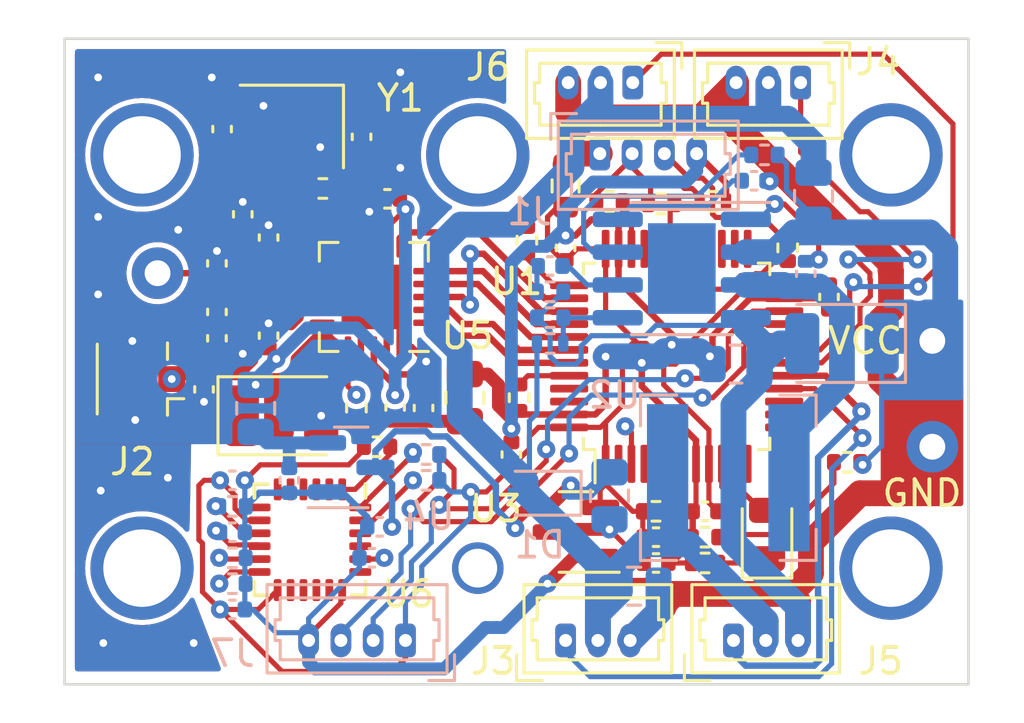
<source format=kicad_pcb>
(kicad_pcb (version 20211014) (generator pcbnew)
  (layers (0 "F.Cu" signal) (31 "B.Cu" signal) (34 "B.Paste" user) (35 "F.Paste" user) (36 "B.SilkS" user "B.Silkscreen") (37 "F.SilkS" user "F.Silkscreen") (38 "B.Mask" user) (39 "F.Mask" user) (44 "Edge.Cuts" user))
  (net 0 "")
  (net 1 "VPP")
  (net 2 "GNDD")
  (net 3 "Net-(C3-Pad1)")
  (net 4 "Net-(C4-Pad1)")
  (net 5 "Net-(C4-Pad2)")
  (net 6 "Net-(C5-Pad1)")
  (net 7 "Net-(C6-Pad1)")
  (net 8 "Net-(C6-Pad2)")
  (net 9 "+3.3V")
  (net 10 "+5V")
  (net 11 "Net-(C10-Pad1)")
  (net 12 "+3V0")
  (net 13 "GND")
  (net 14 "Net-(C18-Pad1)")
  (net 15 "Net-(C19-Pad2)")
  (net 16 "Net-(C21-Pad1)")
  (net 17 "Net-(C22-Pad1)")
  (net 18 "Net-(C24-Pad1)")
  (net 19 "Net-(C24-Pad2)")
  (net 20 "Net-(C25-Pad2)")
  (net 21 "Net-(C28-Pad1)")
  (net 22 "Net-(C30-Pad1)")
  (net 23 "VCOM")
  (net 24 "Net-(J1-Pad1)")
  (net 25 "Net-(J1-Pad2)")
  (net 26 "Net-(J1-Pad3)")
  (net 27 "Net-(L2-Pad1)")
  (net 28 "Net-(L2-Pad2)")
  (net 29 "/ADC_0")
  (net 30 "Net-(R3-Pad2)")
  (net 31 "Net-(R4-Pad2)")
  (net 32 "Net-(R5-Pad2)")
  (net 33 "Net-(R10-Pad1)")
  (net 34 "/UART_TX")
  (net 35 "/SWCLK")
  (net 36 "/SWDIO")
  (net 37 "/UART_RX")
  (net 38 "Net-(R19-Pad1)")
  (net 39 "/MPU_SCL")
  (net 40 "Net-(R20-Pad2)")
  (net 41 "/MPU_SDA")
  (net 42 "Net-(R21-Pad2)")
  (net 43 "/AD0")
  (net 44 "Net-(R25-Pad2)")
  (net 45 "Net-(R27-Pad2)")
  (net 46 "Net-(R28-Pad2)")
  (net 48 "unconnected-(U1-Pad3)")
  (net 52 "/LED1")
  (net 53 "/TIM6")
  (net 54 "/TIM5")
  (net 57 "/TIM1")
  (net 58 "/TIM2")
  (net 59 "/TIM3")
  (net 60 "/TIM4")
  (net 69 "/nRF_IRQ")
  (net 70 "/nRF_SCK")
  (net 71 "/nRF_MISO")
  (net 72 "/nRF_MOSI")
  (net 73 "/nRF_CSN")
  (net 74 "/nRF_CE")
  (net 90 "GNDPWR")
  (net 91 "Net-(D2-Pad1)")
  (footprint "Capacitor_SMD:C_0402_1005Metric" (layer "F.Cu") (at 117.3 116.1 90)
    (fp_text reference "C13" hide)
    (fp_text value "0.1u")
  )
  (footprint "Resistor_SMD:R_0402_1005Metric" (layer "F.Cu") (at 130.3 116.4 180)
    (fp_text reference "R1" hide)
    (fp_text value "1k")
  )
  (footprint "Resistor_SMD:R_0402_1005Metric" (layer "F.Cu") (at 117.6 113.9 90)
    (fp_text reference "R4" hide)
    (fp_text value "1k")
  )
  (footprint "Inductor_SMD:L_0402_1005Metric" (layer "F.Cu") (at 106.9 110.6 -90)
    (fp_text reference "L4" hide)
    (fp_text value "3.9n")
  )
  (footprint "Resistor_SMD:R_0402_1005Metric" (layer "F.Cu") (at 128 108.1 -90)
    (fp_text reference "R12" hide)
    (fp_text value "100")
  )
  (footprint "Package_QFP:LQFP-48_7x7mm_P0.5mm" (layer "F.Cu") (at 123.7 112.3 90)
    (fp_text reference "U1")
    (fp_text value "STM32F103C8Tx")
  )
  (footprint "Capacitor_SMD:C_0402_1005Metric" (layer "F.Cu") (at 107.9 111.5 90)
    (fp_text reference "C16" hide)
    (fp_text value "1000p")
  )
  (footprint "Resistor_SMD:R_0402_1005Metric" (layer "F.Cu") (at 122.9 118.3)
    (fp_text reference "R3" hide)
    (fp_text value "1k")
  )
  (footprint "Capacitor_SMD:C_0402_1005Metric" (layer "F.Cu") (at 112.5 106.2 180)
    (fp_text reference "C2" hide)
    (fp_text value "0.1u")
  )
  (footprint "0_mylib:TestPoint_Pad_D1.0mm" (layer "F.Cu") (at 133.6 115.8)
    (fp_text reference "TP3" hide)
    (fp_text value "TestPoint")
  )
  (footprint "Resistor_SMD:R_0805_2012Metric" (layer "F.Cu") (at 115.5 113.9 -90)
    (fp_text reference "R18" hide)
    (fp_text value "0")
  )
  (footprint "Resistor_SMD:R_0402_1005Metric" (layer "F.Cu") (at 124.8 120.3 180)
    (fp_text reference "R102" hide)
    (fp_text value "10k")
  )
  (footprint "Inductor_SMD:L_0402_1005Metric" (layer "F.Cu") (at 106.9 108.7 90)
    (fp_text reference "L3" hide)
    (fp_text value "2.7n")
  )
  (footprint "Capacitor_SMD:C_0402_1005Metric" (layer "F.Cu") (at 111.5 103.8 90)
    (fp_text reference "C19" hide)
    (fp_text value "22p")
  )
  (footprint "Capacitor_SMD:C_0402_1005Metric" (layer "F.Cu") (at 105.9 111.6 -90)
    (fp_text reference "C24" hide)
    (fp_text value "1.5p")
  )
  (footprint "Resistor_SMD:R_0402_1005Metric" (layer "F.Cu") (at 124.8 119.3 180)
    (fp_text reference "R2" hide)
    (fp_text value "1k")
  )
  (footprint "Capacitor_SMD:C_0402_1005Metric" (layer "F.Cu") (at 106.9 106.8 90)
    (fp_text reference "C21" hide)
    (fp_text value "2200p")
  )
  (footprint "Capacitor_SMD:C_0402_1005Metric" (layer "F.Cu") (at 105.9 108.7 90)
    (fp_text reference "C27" hide)
    (fp_text value "1p")
  )
  (footprint "Capacitor_SMD:C_0402_1005Metric" (layer "F.Cu") (at 107.9 107.7 90)
    (fp_text reference "C23" hide)
    (fp_text value "4.7p")
  )
  (footprint "Connector_Molex:Molex_PicoBlade_53047-0310_1x03_P1.25mm_Vertical" (layer "F.Cu") (at 122 101.7 180)
    (fp_text reference "J6")
    (fp_text value "Conn_01x03_Male")
  )
  (footprint "0_mylib:TestPoint_Pad_D1.0mm" (layer "F.Cu") (at 133.6 111.7)
    (fp_text reference "TP2" hide)
    (fp_text value "TestPoint")
  )
  (footprint "Capacitor_SMD:C_0402_1005Metric" (layer "F.Cu") (at 124.8 118.3 180)
    (fp_text reference "C15" hide)
    (fp_text value "0.1u")
  )
  (footprint "Resistor_SMD:R_0402_1005Metric" (layer "F.Cu") (at 114 116.1 180)
    (fp_text reference "R21" hide)
    (fp_text value "100")
  )
  (footprint "Capacitor_SMD:C_0402_1005Metric" (layer "F.Cu") (at 122.9 120.3)
    (fp_text reference "C5" hide)
    (fp_text value "1u")
  )
  (footprint "Resistor_SMD:R_0402_1005Metric" (layer "F.Cu") (at 110 105.8 180)
    (fp_text reference "R26" hide)
    (fp_text value "1M")
  )
  (footprint "0_mylib:TestPoint_Pad_D1.0mm" (layer "F.Cu") (at 103.6 109.08)
    (fp_text reference "TP1" hide)
    (fp_text value "TestPoint")
  )
  (footprint "Resistor_SMD:R_0402_1005Metric" (layer "F.Cu") (at 125.1 106.3 180)
    (fp_text reference "R14" hide)
    (fp_text value "10k")
  )
  (footprint "Resistor_SMD:R_0603_1608Metric" (layer "F.Cu") (at 119.4 105.7 90)
    (fp_text reference "R13" hide)
    (fp_text value "10k")
  )
  (footprint "LED_SMD:LED_0805_2012Metric" (layer "F.Cu") (at 127.2 119.2 90)
    (fp_text reference "D2" hide)
    (fp_text value "LED")
  )
  (footprint "Connector_Molex:Molex_PicoBlade_53047-0310_1x03_P1.25mm_Vertical" (layer "F.Cu") (at 125.9 123.3)
    (fp_text reference "J5")
    (fp_text value "Conn_01x03_Male")
  )
  (footprint "Capacitor_SMD:C_0402_1005Metric" (layer "F.Cu") (at 106.1 103.5 90)
    (fp_text reference "C22" hide)
    (fp_text value "22p")
  )
  (footprint "Connector_Coaxial:U.FL_Hirose_U.FL-R-SMT-1_Vertical" (layer "F.Cu") (at 103.1 113.18 180)
    (fp_text reference "J2")
    (fp_text value "Conn_Coaxial")
  )
  (footprint "Capacitor_SMD:C_0402_1005Metric" (layer "F.Cu") (at 129.6 110 -90)
    (fp_text reference "C11" hide)
    (fp_text value "0.1u")
  )
  (footprint "Inductor_SMD:L_0402_1005Metric" (layer "F.Cu") (at 107.9 109.58 -90)
    (fp_text reference "L2" hide)
    (fp_text value "8.2n")
  )
  (footprint "Resistor_SMD:R_0402_1005Metric" (layer "F.Cu") (at 111.3 114.3 -90)
    (fp_text reference "R19" hide)
    (fp_text value "22k")
  )
  (footprint "Resistor_SMD:R_0402_1005Metric" (layer "F.Cu") (at 112.1 115.8)
    (fp_text reference "R27" hide)
    (fp_text value "0")
  )
  (footprint "Resistor_SMD:R_0402_1005Metric" (layer "F.Cu") (at 123.1 106.4)
    (fp_text reference "R17" hide)
    (fp_text value "100")
  )
  (footprint "Connector_Molex:Molex_PicoBlade_53047-0310_1x03_P1.25mm_Vertical" (layer "F.Cu") (at 128.5 101.7 180)
    (fp_text reference "J4")
    (fp_text value "Conn_01x03_Male")
  )
  (footprint "Capacitor_SMD:C_0402_1005Metric" (layer "F.Cu") (at 113.9 114.3 -90)
    (fp_text reference "C18" hide)
    (fp_text value "0.033u")
  )
  (footprint "Crystal:Crystal_SMD_SeikoEpson_FA238-4Pin_3.2x2.5mm" (layer "F.Cu") (at 108.8 103.4 180)
    (fp_text reference "Y1")
    (fp_text value "16MHz")
  )
  (footprint "Sensor_Motion:InvenSense_QFN-24_4x4mm_P0.5mm" (layer "F.Cu") (at 109.5 119.4 -90)
    (fp_text reference "U6")
    (fp_text value "MPU-6050")
  )
  (footprint "Capacitor_Tantalum_SMD:CP_EIA-3528-21_Kemet-B" (layer "F.Cu") (at 108.4 114.6)
    (fp_text reference "C14" hide)
    (fp_text value "10u")
  )
  (footprint "Resistor_SMD:R_0402_1005Metric" (layer "F.Cu") (at 114 117.1 180)
    (fp_text reference "R20" hide)
    (fp_text value "100")
  )
  (footprint "Capacitor_SMD:C_0402_1005Metric" (layer "F.Cu") (at 122.9 119.3)
    (fp_text reference "C8" hide)
    (fp_text value "1u")
  )
  (footprint "Package_DFN_QFN:QFN-20-1EP_4x4mm_P0.5mm_EP2.5x2.5mm" (layer "F.Cu") (at 111.975 110 180)
    (fp_text reference "U5")
    (fp_text value "nRF24L01P")
  )
  (footprint "Package_TO_SOT_SMD:SOT-23" (layer "F.Cu") (at 119.8 119.1 180)
    (fp_text reference "U3")
    (fp_text value "XC6206PxxxMR")
  )
  (footprint "Capacitor_SMD:C_0402_1005Metric" (layer "F.Cu") (at 112.8 114.28 -90)
    (fp_text reference "C17" hide)
    (fp_text value "0.01u")
  )
  (footprint "Resistor_SMD:R_0402_1005Metric" (layer "F.Cu") (at 117.9 107.8 -90)
    (fp_text reference "R15" hide)
    (fp_text value "100")
  )
  (footprint "Capacitor_SMD:C_0402_1005Metric" (layer "F.Cu") (at 119.4 108.1 90)
    (fp_text reference "C12" hide)
    (fp_text value "0.1u")
  )
  (footprint "Resistor_SMD:R_0402_1005Metric" (layer "F.Cu") (at 121.1 106.3)
    (fp_text reference "R16" hide)
    (fp_text value "100")
  )
  (footprint "Capacitor_SMD:C_0402_1005Metric" (layer "F.Cu") (at 105.4 113.58 -90)
    (fp_text reference "C26" hide)
    (fp_text value "1p")
  )
  (footprint "Connector_Molex:Molex_PicoBlade_53047-0310_1x03_P1.25mm_Vertical" (layer "F.Cu") (at 119.4 123.3)
    (fp_text reference "J3")
    (fp_text value "Conn_01x03_Male")
  )
  (footprint "Capacitor_SMD:C_0402_1005Metric" (layer "F.Cu") (at 105.9 110.58 90)
    (fp_text reference "C25" hide)
    (fp_text value "1.5p")
  )
  (footprint "Capacitor_SMD:C_0402_1005Metric" (layer "B.Cu") (at 126.7 105.5)
    (fp_text reference "C3" hide)
    (fp_text value "0.1u")
  )
  (footprint "Connector_Molex:Molex_PicoBlade_53047-0410_1x04_P1.25mm_Vertical" (layer "B.Cu") (at 120.725 104.45)
    (fp_text reference "J1")
    (fp_text value "Conn_01x04_Male")
  )
  (footprint "Capacitor_SMD:C_0402_1005Metric" (layer "B.Cu") (at 118.8 108.8 180)
    (fp_text reference "C4" hide)
    (fp_text value "3900p")
  )
  (footprint "Inductor_SMD:L_Bourns-SRN6028" (layer "B.Cu") (at 125.7 117 180)
    (fp_text reference "L1" hide)
    (fp_text value "10u")
  )
  (footprint "Resistor_SMD:R_0402_1005Metric" (layer "B.Cu") (at 106.5 120.1 180)
    (fp_text reference "R25" hide)
    (fp_text value "0")
  )
  (footprint "Resistor_SMD:R_0402_1005Metric" (layer "B.Cu") (at 118.8 111.8)
    (fp_text reference "R9" hide)
    (fp_text value "8.2k")
  )
  (footprint "Capacitor_SMD:C_0402_1005Metric" (layer "B.Cu") (at 112.2 118.9 180)
    (fp_text reference "C7" hide)
    (fp_text value "1u")
  )
  (footprint "Package_TO_SOT_SMD:SOT-23" (layer "B.Cu") (at 111.1 116.6)
    (fp_text reference "U4")
    (fp_text value "XC6206PxxxMR")
  )
  (footprint "Resistor_SMD:R_0402_1005Metric" (layer "B.Cu") (at 127.1 104.5 180)
    (fp_text reference "R5" hide)
    (fp_text value "100k")
  )
  (footprint "Resistor_SMD:R_0402_1005Metric" (layer "B.Cu") (at 106.5 118.11 180)
    (fp_text reference "R23" hide)
    (fp_text value "0")
  )
  (footprint "Resistor_SMD:R_0402_1005Metric" (layer "B.Cu") (at 114 116.1)
    (fp_text reference "R22" hide)
    (fp_text value "12k")
  )
  (footprint "Capacitor_SMD:C_0402_1005Metric" (layer "B.Cu") (at 108.7 117.1 -90)
    (fp_text reference "C10" hide)
    (fp_text value "1u")
  )
  (footprint "Capacitor_Tantalum_SMD:CP_EIA-3528-21_Kemet-B" (layer "B.Cu") (at 130.1 111.8 180)
    (fp_text reference "C1" hide)
    (fp_text value "10u")
  )
  (footprint "Resistor_SMD:R_0805_2012Metric" (layer "B.Cu") (at 126 112.6 180)
    (fp_text reference "R101" hide)
    (fp_text value "0")
  )
  (footprint "Capacitor_SMD:C_0402_1005Metric" (layer "B.Cu") (at 111.9 120.1 180)
    (fp_text reference "C30" hide)
    (fp_text value "2200p")
  )
  (footprint "Diode_SMD:D_SOD-323" (layer "B.Cu") (at 118.5 117.6 180)
    (fp_text reference "D1")
    (fp_text value "BAT48JFILM")
  )
  (footprint "Connector_Molex:Molex_PicoBlade_53047-0410_1x04_P1.25mm_Vertical" (layer "B.Cu") (at 113.2 123.3 180)
    (fp_text reference "J7")
    (fp_text value "Conn_01x04_Male")
  )
  (footprint "Capacitor_SMD:C_0402_1005Metric" (layer "B.Cu") (at 106.5 122.1)
    (fp_text reference "C29" hide)
    (fp_text value "0.1u")
  )
  (footprint "Resistor_SMD:R_0805_2012Metric" (layer "B.Cu") (at 107.4 114.3125 90)
    (fp_text reference "R11" hide)
    (fp_text value "0")
  )
  (footprint "Capacitor_SMD:C_0402_1005Metric" (layer "B.Cu") (at 106.5 119.11)
    (fp_text reference "C28" hide)
    (fp_text value "0.1u")
  )
  (footprint "Resistor_SMD:R_0402_1005Metric" (layer "B.Cu") (at 114 117.1)
    (fp_text reference "R24" hide)
    (fp_text value "12k")
  )
  (footprint "Resistor_SMD:R_0402_1005Metric" (layer "B.Cu") (at 118.8 110.8 180)
    (fp_text reference "R10" hide)
    (fp_text value "2k")
  )
  (footprint "Resistor_SMD:R_0805_2012Metric" (layer "B.Cu") (at 129 106.1 90)
    (fp_text reference "R8" hide)
    (fp_text value "0")
  )
  (footprint "Capacitor_SMD:C_0402_1005Metric" (layer "B.Cu") (at 128.7 109.1 -90)
    (fp_text reference "C6" hide)
    (fp_text value "0.01u")
  )
  (footprint "Capacitor_SMD:C_0805_2012Metric" (layer "B.Cu") (at 122.05 121.2)
    (fp_text reference "C9" hide)
    (fp_text value "22u 10V")
  )
  (footprint "Package_SO:SOIC-8-1EP_3.9x4.9mm_P1.27mm_EP2.62x3.51mm" (layer "B.Cu") (at 123.9 108.9 180)
    (fp_text reference "U2")
    (fp_text value "MP2303ADN")
  )
  (footprint "Capacitor_SMD:C_0402_1005Metric" (layer "B.Cu") (at 106.5 117.1)
    (fp_text reference "C20" hide)
    (fp_text value "0.01u")
  )
  (footprint "Resistor_SMD:R_0402_1005Metric" (layer "B.Cu") (at 106.5 121.1 180)
    (fp_text reference "R28" hide)
    (fp_text value "12k")
  )
  (footprint "Resistor_SMD:R_0805_2012Metric" (layer "B.Cu") (at 121.1 117.7 -90)
    (fp_text reference "R7" hide)
    (fp_text value "0")
  )
  (footprint "Resistor_SMD:R_0402_1005Metric" (layer "B.Cu") (at 118.8 109.8)
    (fp_text reference "R6" hide)
    (fp_text value "6.8k")
  )
  (gr_rect locked (start 100 100) (end 135 125) (layer "Edge.Cuts") (width 0.1) (fill none))
  (gr_text "GND" (at 133.2 117.6) (layer "F.SilkS") (effects (font (size 1 1))))
  (gr_text "VCC" (at 131 111.7) (layer "F.SilkS") (effects (font (size 1 1))))
  (via locked (at 103 104.5) (size 4) (drill 3) (layers "F.Cu" "B.Cu") (net 0))
  (via locked (at 132 120.5) (size 4) (drill 3) (layers "F.Cu" "B.Cu") (net 0))
  (via locked (at 103 120.5) (size 4) (drill 3) (layers "F.Cu" "B.Cu") (net 0))
  (via locked (at 116 120.5) (size 2) (drill 1.5) (layers "F.Cu" "B.Cu") (net 0))
  (via locked (at 132 104.5) (size 4) (drill 3) (layers "F.Cu" "B.Cu") (net 0))
  (via locked (at 116 104.5) (size 4) (drill 3) (layers "F.Cu" "B.Cu") (net 0))
  (segment (start 130.81 116.41) (end 130.81 116.4) (width 0.2) (layer "F.Cu") (net 1))
  (segment (start 130.9 116.5) (end 130.81 116.41) (width 0.2) (layer "F.Cu") (net 1))
  (via (at 133.6 111.7) (size 2) (drill 1) (layers "F.Cu" "B.Cu") (net 1))
  (via (at 130.9 116.5) (size 0.7) (drill 0.3) (layers "F.Cu" "B.Cu") (net 1))
  (segment (start 130.9 116.5) (end 131.6375 115.7625) (width 0.2) (layer "B.Cu") (net 1))
  (segment (start 127.61 104.5) (end 127.61 104.51) (width 0.2) (layer "B.Cu") (net 1))
  (segment (start 134.1 108.1) (end 133.5 107.5) (width 1) (layer "B.Cu") (net 1))
  (segment (start 127.953657 104.853657) (end 127.953657 105.853657) (width 0.2) (layer "B.Cu") (net 1))
  (segment (start 129 106.9) (end 129 107.0125) (width 0.2) (layer "B.Cu") (net 1))
  (segment (start 131.6375 115.7625) (end 131.6375 111.8) (width 0.2) (layer "B.Cu") (net 1))
  (segment (start 128.2625 107.5) (end 127.4975 108.265) (width 1) (layer "B.Cu") (net 1))
  (segment (start 131.7375 111.7) (end 131.6375 111.8) (width 1) (layer "B.Cu") (net 1))
  (segment (start 134.1 111.2) (end 134.1 108.1) (width 1) (layer "B.Cu") (net 1))
  (segment (start 127.61 104.51) (end 127.953657 104.853657) (width 0.2) (layer "B.Cu") (net 1))
  (segment (start 133.6 111.7) (end 134.1 111.2) (width 1) (layer "B.Cu") (net 1))
  (segment (start 133.6 111.7) (end 131.7375 111.7) (width 1) (layer "B.Cu") (net 1))
  (segment (start 133.5 107.5) (end 128.2625 107.5) (width 1) (layer "B.Cu") (net 1))
  (segment (start 127.4975 108.265) (end 126.38 108.265) (width 1) (layer "B.Cu") (net 1))
  (segment (start 127.953657 105.853657) (end 129 106.9) (width 0.2) (layer "B.Cu") (net 1))
  (segment (start 123.38 120.3) (end 124.29 120.3) (width 0.2) (layer "F.Cu") (net 2))
  (segment (start 117.3 114.71) (end 116.8 114.21) (width 0.5) (layer "F.Cu") (net 2))
  (segment (start 119.75 120.05) (end 120.7375 120.05) (width 0.5) (layer "F.Cu") (net 2))
  (segment (start 110.7 121.85533) (end 109.45 123.10533) (width 0.2) (layer "F.Cu") (net 2))
  (segment (start 120.95 114.15) (end 120.55 114.55) (width 0.25) (layer "F.Cu") (net 2))
  (segment (start 120.4 107) (end 121.2 107) (width 0.25) (layer "F.Cu") (net 2))
  (segment (start 120.75 120.05) (end 121.7 121) (width 0.25) (layer "F.Cu") (net 2))
  (segment (start 119.4 107.62) (end 119.78 107.62) (width 0.25) (layer "F.Cu") (net 2))
  (segment (start 120.55 114.55) (end 119.5375 114.55) (width 0.25) (layer "F.Cu") (net 2))
  (segment (start 127.8625 110.05) (end 129.17 110.05) (width 0.25) (layer "F.Cu") (net 2))
  (segment (start 111.59 115.91) (end 111 116.5) (width 0.2) (layer "F.Cu") (net 2))
  (segment (start 107.9 116.5) (end 107.58 116.5) (width 0.2) (layer "F.Cu") (net 2))
  (segment (start 109.45 123.10533) (end 109.45 123.3) (width 0.2) (layer "F.Cu") (net 2))
  (segment (start 122.3495 113.45054) (end 124.45 115.55104) (width 0.25) (layer "F.Cu") (net 2))
  (segment (start 116.8 114.21) (end 116.8 113.4) (width 0.5) (layer "F.Cu") (net 2))
  (segment (start 126.55104 110.05) (end 127.8625 110.05) (width 0.25) (layer "F.Cu") (net 2))
  (segment (start 129.17 110.05) (end 129.6 110.48) (width 0.25) (layer "F.Cu") (net 2))
  (segment (start 124.45 115.55104) (end 124.45 116.4625) (width 0.25) (layer "F.Cu") (net 2))
  (segment (start 124.32 119.48) (end 124.32 118.3) (width 0.25) (layer "F.Cu") (net 2))
  (segment (start 111.59 115.8) (end 111.59 115.91) (width 0.2) (layer "F.Cu") (net 2))
  (segment (start 118.7 121.1) (end 119.75 120.05) (width 0.5) (layer "F.Cu") (net 2))
  (segment (start 121.45 109.384314) (end 121.45 108.1375) (width 0.25) (layer "F.Cu") (net 2))
  (segment (start 123.50962 111.443934) (end 121.45 109.384314) (width 0.25) (layer "F.Cu") (net 2))
  (segment (start 123.50962 111.8505) (end 123.50962 111.443934) (width 0.25) (layer "F.Cu") (net 2))
  (segment (start 125.61 106.3) (end 125.61 105.585) (width 0.25) (layer "F.Cu") (net 2))
  (segment (start 110.75 121.35) (end 110.7 121.4) (width 0.2) (layer "F.Cu") (net 2))
  (segment (start 122.3495 112.5495) (end 122.3495 113.45054) (width 0.25) (layer "F.Cu") (net 2))
  (segment (start 119.78 107.62) (end 120.4 107) (width 0.25) (layer "F.Cu") (net 2))
  (segment (start 116.8 113.4) (end 116.3875 112.9875) (width 0.5) (layer "F.Cu") (net 2))
  (segment (start 117.3 115.1) (end 117.3 114.71) (width 0.2) (layer "F.Cu") (net 2))
  (segment (start 125.0875 111.51354) (end 126.55104 110.05) (width 0.25) (layer "F.Cu") (net 2))
  (segment (start 121.2 107) (end 121.45 107.25) (width 0.25) (layer "F.Cu") (net 2))
  (segment (start 121.45 107.25) (end 121.45 108.1375) (width 0.25) (layer "F.Cu") (net 2))
  (segment (start 107.58 116.5) (end 106.98 117.1) (width 0.2) (layer "F.Cu") (net 2))
  (segment (start 120.95 112.309766) (end 120.95 114.15) (width 0.25) (layer "F.Cu") (net 2))
  (segment (start 119.5375 114.55) (end 117.46 114.55) (width 0.25) (layer "F.Cu") (net 2))
  (segment (start 110.7 121.4) (end 110.7 121.85533) (width 0.2) (layer "F.Cu") (net 2))
  (segment (start 121.7 121) (end 122.8 121) (width 0.25) (layer "F.Cu") (net 2))
  (segment (start 124.45 118.17) (end 124.32 118.3) (width 0.2) (layer "F.Cu") (net 2))
  (segment (start 117.46 114.55) (end 117.3 114.71) (width 0.25) (layer "F.Cu") (net 2))
  (segment (start 125.61 105.585) (end 124.475 104.45) (width 0.25) (layer "F.Cu") (net 2))
  (segment (start 120.7375 120.05) (end 120.75 120.05) (width 0.25) (layer "F.Cu") (net 2))
  (segment (start 117.3 115.62) (end 117.3 115.1) (width 0.2) (layer "F.Cu") (net 2))
  (segment (start 122.8 121) (end 124.32 119.48) (width 0.25) (layer "F.Cu") (net 2))
  (segment (start 125.0875 112.6) (end 125.0875 111.51354) (width 0.25) (layer "F.Cu") (net 2))
  (segment (start 123.38 119.3) (end 123.38 120.3) (width 0.2) (layer "F.Cu") (net 2))
  (segment (start 124.45 116.4625) (end 124.45 118.17) (width 0.2) (layer "F.Cu") (net 2))
  (segment (start 116.3875 112.9875) (end 115.5 112.9875) (width 0.5) (layer "F.Cu") (net 2))
  (segment (start 111 116.5) (end 107.89 116.5) (width 0.2) (layer "F.Cu") (net 2))
  (via (at 119.4 107.62) (size 0.7) (drill 0.3) (layers "F.Cu" "B.Cu") (net 2))
  (via (at 106.98 117.1) (size 0.7) (drill 0.3) (layers "F.Cu" "B.Cu") (net 2))
  (via (at 123.50962 111.8505) (size 0.7) (drill 0.3) (layers "F.Cu" "B.Cu") (net 2))
  (via (at 124.9875 112.3) (size 0.7) (drill 0.3) (layers "F.Cu" "B.Cu") (net 2))
  (via (at 120.95 112.309766) (size 0.7) (drill 0.3) (layers "F.Cu" "B.Cu") (net 2))
  (via (at 122.3495 112.5495) (size 0.7) (drill 0.3) (layers "F.Cu" "B.Cu") (net 2))
  (via (at 117.3 115.1) (size 0.7) (drill 0.3) (layers "F.Cu" "B.Cu") (net 2))
  (via (at 118.7 121.1) (size 0.7) (drill 0.3) (layers "F.Cu" "B.Cu") (net 2))
  (segment (start 120.472182 105.55) (end 119.322182 106.7) (width 0.5) (layer "B.Cu") (net 2))
  (segment (start 111.42 120.1) (end 111.42 120.48) (width 0.2) (layer "B.Cu") (net 2))
  (segment (start 109.15 123) (end 109.45 123.3) (width 0.2) (layer "B.Cu") (net 2))
  (segment (start 124.475 104.45) (end 124.475 105.125) (width 0.5) (layer "B.Cu") (net 2))
  (segment (start 107.29 122.1) (end 108.19 123) (width 0.2) (layer "B.Cu") (net 2))
  (segment (start 117.935614 108.04) (end 117.3 108.675614) (width 0.5) (layer "B.Cu") (net 2))
  (segment (start 108.19 123) (end 109.15 123) (width 0.2) (layer "B.Cu") (net 2))
  (segment (start 111.72 118.9) (end 111.72 118.52) (width 0.25) (layer "B.Cu") (net 2))
  (segment (start 123.03137 112.3) (end 123.23087 112.1005) (width 1) (layer "B.Cu") (net 2))
  (segment (start 112.5 124.4) (end 114.7 124.4) (width 0.5) (layer "B.Cu") (net 2))
  (segment (start 123.23087 112.1005) (end 124.588 112.1005) (width 1) (layer "B.Cu") (net 2))
  (segment (start 117 122.8) (end 118.7 121.1) (width 0.5) (layer "B.Cu") (net 2))
  (segment (start 116.3 122.8) (end 116.7 122.8) (width 0.5) (layer "B.Cu") (net 2))
  (segment (start 124.475 105.125) (end 124.05 105.55) (width 0.5) (layer "B.Cu") (net 2))
  (segment (start 119.322182 106.7) (end 119.322182 107.377818) (width 0.5) (layer "B.Cu") (net 2))
  (segment (start 111.42 119.2) (end 111.72 118.9) (width 0.2) (layer "B.Cu") (net 2))
  (segment (start 119.322182 107.377818) (end 118.66 108.04) (width 0.5) (layer "B.Cu") (net 2))
  (segment (start 115.3 123.8) (end 116.3 122.8) (width 0.5) (layer "B.Cu") (net 2))
  (segment (start 118.66 108.04) (end 117.935614 108.04) (width 0.5) (layer "B.Cu") (net 2))
  (segment (start 109.45 122.45) (end 109.45 123.3) (width 0.2) (layer "B.Cu") (net 2))
  (segment (start 114.7 124.4) (end 115.3 123.8) (width 0.5) (layer "B.Cu") (net 2))
  (segment (start 111.72 118.52) (end 110.75 117.55) (width 0.25) (layer "B.Cu") (net 2))
  (segment (start 124.588 112.1005) (end 125.0875 112.6) (width 1) (layer "B.Cu") (net 2))
  (segment (start 111.42 120.1) (end 111.42 119.2) (width 0.2) (layer "B.Cu") (net 2))
  (segment (start 109.45 123.3) (end 109.45 124.15) (width 0.5) (layer "B.Cu") (net 2))
  (segment (start 110.1325 117.58) (end 108.7 117.58) (width 0.25) (layer "B.Cu") (net 2))
  (segment (start 120.95 112.309766) (end 120.959766 112.3) (width 1) (layer "B.Cu") (net 2))
  (segment (start 109.7 124.4) (end 112.5 124.4) (width 0.5) (layer "B.Cu") (net 2))
  (segment (start 116.7 122.8) (end 117 122.8) (width 0.5) (layer "B.Cu") (net 2))
  (segment (start 117.3 108.675614) (end 117.3 115.1) (width 0.5) (layer "B.Cu") (net 2))
  (segment (start 108.7 117.58) (end 107.54 117.58) (width 0.25) (layer "B.Cu") (net 2))
  (segment (start 107.54 117.58) (end 107.01 118.11) (width 0.25) (layer "B.Cu") (net 2))
  (segment (start 109.45 124.15) (end 109.7 124.4) (width 0.5) (layer "B.Cu") (net 2))
  (segment (start 110.1625 117.55) (end 110.1325 117.58) (width 0.25) (layer "B.Cu") (net 2))
  (segment (start 106.98 122.1) (end 106.98 117.1) (width 0.2) (layer "B.Cu") (net 2))
  (segment (start 120.959766 112.3) (end 123.03137 112.3) (width 1) (layer "B.Cu") (net 2))
  (segment (start 124.05 105.55) (end 120.472182 105.55) (width 0.5) (layer "B.Cu") (net 2))
  (segment (start 110.75 117.55) (end 110.1625 117.55) (width 0.25) (layer "B.Cu") (net 2))
  (segment (start 111.42 120.48) (end 109.45 122.45) (width 0.2) (layer "B.Cu") (net 2))
  (segment (start 124.868604 106.5) (end 121.915 106.5) (width 0.2) (layer "B.Cu") (net 3))
  (segment (start 121.915 106.5) (end 121.42 106.995) (width 0.2) (layer "B.Cu") (net 3))
  (segment (start 125.868604 105.5) (end 124.868604 106.5) (width 0.2) (layer "B.Cu") (net 3))
  (segment (start 126.22 105.5) (end 125.868604 105.5) (width 0.2) (layer "B.Cu") (net 3))
  (segment (start 119.5 108.8) (end 120.235 109.535) (width 0.2) (layer "B.Cu") (net 4))
  (segment (start 120.235 109.535) (end 121.42 109.535) (width 0.2) (layer "B.Cu") (net 4))
  (segment (start 119.28 108.8) (end 119.5 108.8) (width 0.2) (layer "B.Cu") (net 4))
  (segment (start 118.29 108.83) (end 118.32 108.8) (width 0.2) (layer "B.Cu") (net 5))
  (segment (start 118.29 109.8) (end 118.29 108.83) (width 0.2) (layer "B.Cu") (net 5))
  (segment (start 122.4005 120.3) (end 121.1 118.9995) (width 0.2) (layer "F.Cu") (net 6))
  (segment (start 121.1 118.9995) (end 118.963 118.9995) (width 0.5) (layer "F.Cu") (net 6))
  (segment (start 122.42 120.3) (end 122.4005 120.3) (width 0.2) (layer "F.Cu") (net 6))
  (segment (start 118.963 118.9995) (end 118.8625 119.1) (width 0.5) (layer "F.Cu") (net 6))
  (via (at 121.1 118.9995) (size 0.7) (drill 0.3) (layers "F.Cu" "B.Cu") (net 6))
  (segment (start 121.1 118.9995) (end 121.1 118.6125) (width 0.2) (layer "B.Cu") (net 6))
  (segment (start 129.198512 107.729882) (end 127.86863 106.4) (width 0.2) (layer "F.Cu") (net 7))
  (segment (start 127.86863 106.4) (end 127.5 106.4) (width 0.2) (layer "F.Cu") (net 7))
  (segment (start 129.198512 108.5505) (end 129.198512 107.729882) (width 0.2) (layer "F.Cu") (net 7))
  (via (at 129.198512 108.5505) (size 0.7) (drill 0.3) (layers "F.Cu" "B.Cu") (net 7))
  (via (at 127.5 106.4) (size 0.7) (drill 0.3) (layers "F.Cu" "B.Cu") (net 7))
  (segment (start 126.905 106.995) (end 126.38 106.995) (width 0.2) (layer "B.Cu") (net 7))
  (segment (start 127.5 106.4) (end 126.905 106.995) (width 0.2) (layer "B.Cu") (net 7))
  (segment (start 127.835 109.535) (end 127.88 109.58) (width 1) (layer "B.Cu") (net 8))
  (segment (start 126.38 109.535) (end 127.835 109.535) (width 1) (layer "B.Cu") (net 8))
  (segment (start 130.1 110.469638) (end 129.230362 109.6) (width 1) (layer "B.Cu") (net 8))
  (segment (start 128.05 115.35) (end 130.1 113.3) (width 1) (layer "B.Cu") (net 8))
  (segment (start 127.88 109.58) (end 128.7 109.58) (width 1) (layer "B.Cu") (net 8))
  (segment (start 129.230362 109.6) (end 128.7 109.6) (width 1) (layer "B.Cu") (net 8))
  (segment (start 130.1 113.3) (end 130.1 110.469638) (width 1) (layer "B.Cu") (net 8))
  (segment (start 128.05 117) (end 128.05 115.35) (width 1) (layer "B.Cu") (net 8))
  (segment (start 105.2 117.3) (end 105.4 117.1) (width 0.2) (layer "F.Cu") (net 9))
  (segment (start 120.95 114.85) (end 120.95 116.4625) (width 0.2) (layer "F.Cu") (net 9))
  (segment (start 123.2 112.480761) (end 122.618739 111.8995) (width 0.2) (layer "F.Cu") (net 9))
  (segment (start 124.95 115.15) (end 123.2 113.4) (width 0.2) (layer "F.Cu") (net 9))
  (segment (start 124.3 111.7) (end 124.3 112.1) (width 0.2) (layer "F.Cu") (net 9))
  (segment (start 120.95 110.55) (end 122.2 111.8) (width 0.2) (layer "F.Cu") (net 9))
  (segment (start 121.6 112.18988) (end 121.6 114.2) (width 0.2) (layer "F.Cu") (net 9))
  (segment (start 123.3 112.6) (end 123.2 112.5) (width 0.2) (layer "F.Cu") (net 9))
  (segment (start 123.2 113.4) (end 123.2 112.480761) (width 0.2) (layer "F.Cu") (net 9))
  (segment (start 106.02 122.1) (end 108.42 124.5) (width 0.2) (layer "F.Cu") (net 9))
  (segment (start 123.655789 112.6) (end 123.3 112.6) (width 0.2) (layer "F.Cu") (net 9))
  (segment (start 119.5375 115.05) (end 120.75 115.05) (width 0.2) (layer "F.Cu") (net 9))
  (segment (start 123.8995 112.5005) (end 123.755289 112.5005) (width 0.2) (layer "F.Cu") (net 9))
  (segment (start 107.05 118.65) (end 106.6 118.2) (width 0.2) (layer "F.Cu") (net 9))
  (segment (start 106.02 122.1) (end 107.5 122.1) (width 0.2) (layer "F.Cu") (net 9))
  (segment (start 105.4 117.1) (end 106.02 117.1) (width 0.2) (layer "F.Cu") (net 9))
  (segment (start 118.35 115.05) (end 117.9995 115.4005) (width 0.2) (layer "F.Cu") (net 9))
  (segment (start 124.3 112.1) (end 123.8995 112.5005) (width 0.2) (layer "F.Cu") (net 9))
  (segment (start 120.75 115.05) (end 121 114.8) (width 0.2) (layer "F.Cu") (net 9))
  (segment (start 118.7 108) (end 119.28 108.58) (width 0.2) (layer "F.Cu") (net 9))
  (segment (start 119.28 108.58) (end 119.4 108.58) (width 0.2) (layer "F.Cu") (net 9))
  (segment (start 120.95 117.25) (end 122 118.3) (width 0.2) (layer "F.Cu") (net 9))
  (segment (start 106.6 118.2) (end 106.6 117.68) (width 0.2) (layer "F.Cu") (net 9))
  (segment (start 107.24 118.65) (end 107.05 118.65) (width 0.2) (layer "F.Cu") (net 9))
  (segment (start 122.618739 111.8995) (end 122.519239 111.8) (width 0.2) (layer "F.Cu") (net 9))
  (segment (start 122.39 119.51) (end 122.39 118.3) (width 0.2) (layer "F.Cu") (net 9))
  (segment (start 119.5375 115.05) (end 118.35 115.05) (width 0.2) (layer "F.Cu") (net 9))
  (segment (start 124.95 116.4625) (end 124.95 115.15) (width 0.2) (layer "F.Cu") (net 9))
  (segment (start 119.4 106.525) (end 119.075 106.525) (width 0.2) (layer "F.Cu") (net 9))
  (segment (start 118.7 106.9) (end 118.7 108) (width 0.2) (layer "F.Cu") (net 9))
  (segment (start 124.95 117.97) (end 125.28 118.3) (width 0.2) (layer "F.Cu") (net 9))
  (segment (start 126.871016 109.55) (end 126.846015 109.575) (width 0.2) (layer "F.Cu") (net 9))
  (segment (start 126.846015 109.575) (end 126.425 109.575) (width 0.2) (layer "F.Cu") (net 9))
  (segment (start 116.3295 117.5505) (end 117.3 116.58) (width 0.2) (layer "F.Cu") (net 9))
  (segment (start 124.95 116.4625) (end 124.95 117.97) (width 0.2) (layer "F.Cu") (net 9))
  (segment (start 107.5 122.1) (end 108.25 121.35) (width 0.2) (layer "F.Cu") (net 9))
  (segment (start 120.95 116.4625) (end 120.95 117.25) (width 0.2) (layer "F.Cu") (net 9))
  (segment (start 108.42 124.5) (end 112.7 124.5) (width 0.2) (layer "F.Cu") (net 9))
  (segment (start 123.755289 112.5005) (end 123.655789 112.6) (width 0.2) (layer "F.Cu") (net 9))
  (segment (start 113.2 124) (end 113.2 123.3) (width 0.2) (layer "F.Cu") (net 9))
  (segment (start 121.98988 111.8) (end 121.6 112.18988) (width 0.2) (layer "F.Cu") (net 9))
  (segment (start 122.519239 111.8) (end 121.98988 111.8) (width 0.2) (layer "F.Cu") (net 9))
  (segment (start 105.34 121.42) (end 105.34 119.54) (width 0.2) (layer "F.Cu") (net 9))
  (segment (start 112.7 124.5) (end 113.2 124) (width 0.2) (layer "F.Cu") (net 9))
  (segment (start 106.6 117.68) (end 106.02 117.1) (width 0.2) (layer "F.Cu") (net 9))
  (segment (start 119.8425 108.1375) (end 120.95 108.1375) (width 0.2) (layer "F.Cu") (net 9))
  (segment (start 106.02 122.1) (end 105.34 121.42) (width 0.2) (layer "F.Cu") (net 9))
  (segment (start 127.8625 109.55) (end 126.871016 109.55) (width 0.2) (layer "F.Cu") (net 9))
  (segment (start 122.2 111.8) (end 122.519239 111.8) (width 0.2) (layer "F.Cu") (net 9))
  (segment (start 122 118.3) (end 122.39 118.3) (width 0.2) (layer "F.Cu") (net 9))
  (segment (start 105.34 119.54) (end 105.2 119.4) (width 0.2) (layer "F.Cu") (net 9))
  (segment (start 127.8625 109.55) (end 129.57 109.55) (width 0.2) (layer "F.Cu") (net 9))
  (segment (start 126.425 109.575) (end 124.3 111.7) (width 0.2) (layer "F.Cu") (net 9))
  (segment (start 117.9995 115.8805) (end 117.3 116.58) (width 0.2) (layer "F.Cu") (net 9))
  (segment (start 117.9995 115.4005) (end 117.9995 115.8805) (width 0.2) (layer "F.Cu") (net 9))
  (segment (start 119.075 106.525) (end 118.7 106.9) (width 0.2) (layer "F.Cu") (net 9))
  (segment (start 115.724555 117.5505) (end 116.3295 117.5505) (width 0.2) (layer "F.Cu") (net 9))
  (segment (start 121.6 114.2) (end 120.95 114.85) (width 0.2) (layer "F.Cu") (net 9))
  (segment (start 119.4 108.58) (end 119.8425 108.1375) (width 0.2) (layer "F.Cu") (net 9))
  (segment (start 105.2 119.4) (end 105.2 117.3) (width 0.2) (layer "F.Cu") (net 9))
  (segment (start 120.95 108.1375) (end 120.95 110.55) (width 0.2) (layer "F.Cu") (net 9))
  (segment (start 129.57 109.55) (end 129.6 109.52) (width 0.2) (layer "F.Cu") (net 9))
  (segment (start 120.7375 117.4625) (end 120.95 117.25) (width 0.2) (layer "F.Cu") (net 9))
  (segment (start 120.7375 118.15) (end 120.7375 117.4625) (width 0.2) (layer "F.Cu") (net 9))
  (via (at 106.02 117.1) (size 0.7) (drill 0.3) (layers "F.Cu" "B.Cu") (net 9))
  (via (at 106.02 122.1) (size 0.7) (drill 0.3) (layers "F.Cu" "B.Cu") (net 9))
  (via (at 115.724555 117.5505) (size 0.7) (drill 0.3) (layers "F.Cu" "B.Cu") (net 9))
  (segment (start 113.2 121.8) (end 113.2 123.3) (width 0.2) (layer "B.Cu") (net 9))
  (segment (start 115.724555 117.5505) (end 114.9605 117.5505) (width 0.2) (layer "B.Cu") (net 9))
  (segment (start 113.83 120.435686) (end 113.83 121.17) (width 0.2) (layer "B.Cu") (net 9))
  (segment (start 114.9605 117.5505) (end 114.51 117.1) (width 0.2) (layer "B.Cu") (net 9))
  (segment (start 113.83 121.17) (end 113.2 121.8) (width 0.2) (layer "B.Cu") (net 9))
  (segment (start 115.724555 117.5505) (end 115.724555 118.541131) (width 0.2) (layer "B.Cu") (net 9))
  (segment (start 114.51 116.1) (end 114.51 117.1) (width 0.2) (layer "B.Cu") (net 9))
  (segment (start 115.724555 118.541131) (end 113.83 120.435686) (width 0.2) (layer "B.Cu") (net 9))
  (segment (start 120.65 122.25) (end 121.5 121.4) (width 1) (layer "B.Cu") (net 10))
  (segment (start 120.65 123.3) (end 120.65 122.25) (width 1) (layer "B.Cu") (net 10))
  (segment (start 128 103.1) (end 127 103.1) (width 1) (layer "B.Cu") (net 10))
  (segment (start 118.29 111.8) (end 118.29 114.51) (width 0.2) (layer "B.Cu") (net 10))
  (segment (start 129 105.1875) (end 129 104.1) (width 1) (layer "B.Cu") (net 10))
  (segment (start 124.175 119.575) (end 127.15 122.55) (width 1) (layer "B.Cu") (net 10))
  (segment (start 119.625 104.975) (end 117.4 107.2) (width 1) (layer "B.Cu") (net 10))
  (segment (start 121.5 120.431497) (end 122.356497 119.575) (width 1) (layer "B.Cu") (net 10))
  (segment (start 114.4 108.140575) (end 114.4 111.2) (width 1) (layer "B.Cu") (net 10))
  (segment (start 118 117.4) (end 117.85 117.55) (width 0.2) (layer "B.Cu") (net 10))
  (segment (start 127.25 102.85) (end 127 103.1) (width 1) (layer "B.Cu") (net 10))
  (segment (start 119.625 103.627208) (end 120.75 102.502208) (width 1) (layer "B.Cu") (net 10))
  (segment (start 122.356497 119.575) (end 124.175 119.575) (width 1) (layer "B.Cu") (net 10))
  (segment (start 118.29 114.51) (end 118 114.8) (width 0.2) (layer "B.Cu") (net 10))
  (segment (start 120.65 123.3) (end 120.65 120.35) (width 1) (layer "B.Cu") (net 10))
  (segment (start 117.85 117.134925) (end 117.85 117.55) (width 1) (layer "B.Cu") (net 10))
  (segment (start 115.3 112.1) (end 115.3 114.584925) (width 1) (layer "B.Cu") (net 10))
  (segment (start 120.75 102.502208) (end 120.75 101.7) (width 1) (layer "B.Cu") (net 10))
  (segment (start 117.4 107.2) (end 115.340575 107.2) (width 1) (layer "B.Cu") (net 10))
  (segment (start 115.3 114.584925) (end 117.85 117.134925) (width 1) (layer "B.Cu") (net 10))
  (segment (start 115.340575 107.2) (end 114.4 108.140575) (width 1) (layer "B.Cu") (net 10))
  (segment (start 120.65 120.35) (end 117.85 117.55) (width 1) (layer "B.Cu") (net 10))
  (segment (start 127 103.1) (end 120.152208 103.1) (width 1) (layer "B.Cu") (net 10))
  (segment (start 120.152208 103.1) (end 119.625 103.627208) (width 1) (layer "B.Cu") (net 10))
  (segment (start 118 114.8) (end 118 117.4) (width 0.2) (layer "B.Cu") (net 10))
  (segment (start 129 104.1) (end 128 103.1) (width 1) (layer "B.Cu") (net 10))
  (segment (start 127.15 122.55) (end 127.15 123.3) (width 1) (layer "B.Cu") (net 10))
  (segment (start 114.4 111.2) (end 115.3 112.1) (width 1) (layer "B.Cu") (net 10))
  (segment (start 121.5 121.4) (end 121.5 120.431497) (width 1) (layer "B.Cu") (net 10))
  (segment (start 119.625 103.627208) (end 119.625 104.975) (width 1) (layer "B.Cu") (net 10))
  (segment (start 127.25 101.7) (end 127.25 102.85) (width 1) (layer "B.Cu") (net 10))
  (segment (start 108.7 116.62) (end 108.7 115.7) (width 0.5) (layer "B.Cu") (net 11))
  (segment (start 108.65 115.65) (end 107.825 115.65) (width 0.5) (layer "B.Cu") (net 11))
  (segment (start 108.7 115.7) (end 108.65 115.65) (width 0.5) (layer "B.Cu") (net 11))
  (segment (start 110.1625 115.65) (end 108.65 115.65) (width 0.5) (layer "B.Cu") (net 11))
  (segment (start 107.825 115.65) (end 107.4 115.225) (width 0.5) (layer "B.Cu") (net 11))
  (segment (start 106.8625 114.6) (end 106.8625 113.9375) (width 0.25) (layer "F.Cu") (net 12))
  (segment (start 112.475 108.0625) (end 112.475 107.325) (width 0.2) (layer "F.Cu") (net 12))
  (segment (start 112.8 113.436396) (end 112.8 113.8) (width 0.25) (layer "F.Cu") (net 12))
  (segment (start 106.8625 113.6375) (end 106.8625 114.6) (width 0.25) (layer "F.Cu") (net 12))
  (segment (start 109.6 111) (end 110.0375 111) (width 0.25) (layer "F.Cu") (net 12))
  (segment (start 108.1 112.4) (end 106.8625 113.6375) (width 0.25) (layer "F.Cu") (net 12))
  (segment (start 111.975 112.611396) (end 112.8 113.436396) (width 0.25) (layer "F.Cu") (net 12))
  (segment (start 108.2 112.4) (end 108.1 112.4) (width 0.25) (layer "F.Cu") (net 12))
  (segment (start 108.2 112.4) (end 109.6 111) (width 0.25) (layer "F.Cu") (net 12))
  (segment (start 106.8625 113.9375) (end 107.4 113.4) (width 0.25) (layer "F.Cu") (net 12))
  (segment (start 112.475 107.325) (end 113.2 106.6) (width 0.2) (layer "F.Cu") (net 12))
  (segment (start 111.975 111.9375) (end 111.975 112.611396) (width 0.25) (layer "F.Cu") (net 12))
  (via (at 108.2 112.4) (size 0.7) (drill 0.3) (layers "F.Cu" "B.Cu") (net 12))
  (via (at 112.8 113.8) (size 0.7) (drill 0.3) (layers "F.Cu" "B.Cu") (net 12))
  (via (at 107.4 113.4) (size 0.7) (drill 0.3) (layers "F.Cu" "B.Cu") (net 12))
  (via (at 113.2 106.6) (size 0.7) (drill 0.3) (layers "F.Cu" "B.Cu") (net 12))
  (segment (start 107.4 113.2) (end 107.4 113.4) (width 0.5) (layer "B.Cu") (net 12))
  (segment (start 113.2 112.3) (end 112.8 112.7) (width 0.5) (layer "B.Cu") (net 12))
  (segment (start 108.2 112.6) (end 107.4 113.4) (width 0.25) (layer "B.Cu") (net 12))
  (segment (start 109.4 111.2) (end 107.4 113.2) (width 0.5) (layer "B.Cu") (net 12))
  (segment (start 108.2 112.4) (end 108.2 112.6) (width 0.25) (layer "B.Cu") (net 12))
  (segment (start 112.8 113.8) (end 112.8 112.7) (width 0.5) (layer "B.Cu") (net 12))
  (segment (start 113.2 106.6) (end 113.2 112.3) (width 0.5) (layer "B.Cu") (net 12))
  (segment (start 111.3 111.2) (end 109.4 111.2) (width 0.5) (layer "B.Cu") (net 12))
  (segment (start 112.8 112.7) (end 111.3 111.2) (width 0.5) (layer "B.Cu") (net 12))
  (segment (start 105.9 108.22) (end 105.9 106.5) (width 0.25) (layer "F.Cu") (net 13))
  (segment (start 102.095 111.705) (end 101.4 112.4) (width 0.25) (layer "F.Cu") (net 13))
  (segment (start 102.625 111.705) (end 102.095 111.705) (width 0.25) (layer "F.Cu") (net 13))
  (segment (start 101.4 114.4) (end 101.655 114.655) (width 0.25) (layer "F.Cu") (net 13))
  (segment (start 106.9 106.32) (end 107 106.32) (width 0.25) (layer "F.Cu") (net 13))
  (segment (start 112.975 111) (end 111.975 110) (width 0.25) (layer "F.Cu") (net 13))
  (segment (start 111.3 114.81) (end 110.1475 114.81) (width 0.5) (layer "F.Cu") (net 13))
  (segment (start 111.475 111.9375) (end 111.475 112.712437) (width 0.2) (layer "F.Cu") (net 13))
  (segment (start 112.975 111.9375) (end 112.975 111) (width 0.25) (layer "F.Cu") (net 13))
  (segment (start 106.1 103.02) (end 107.28 103.02) (width 0.25) (layer "F.Cu") (net 13))
  (segment (start 102.625 114.655) (end 102.735 114.765) (width 0.25) (layer "F.Cu") (net 13))
  (segment (start 114.19 114.81) (end 111.3 114.81) (width 0.5) (layer "F.Cu") (net 13))
  (segment (start 110.0375 110.5) (end 109.2 110.5) (width 0.25) (layer "F.Cu") (net 13))
  (segment (start 104.7 115.2) (end 103.17 115.2) (width 0.25) (layer "F.Cu") (net 13))
  (segment (start 109.9 104.2) (end 109.98 104.28) (width 0.25) (layer "F.Cu") (net 13))
  (segment (start 105.9 106.5) (end 106.08 106.32) (width 0.25) (layer "F.Cu") (net 13))
  (segment (start 108.68 111.02) (end 107.9 111.02) (width 0.25) (layer "F.Cu") (net 13))
  (segment (start 111.975 108.0625) (end 111.975 106.875) (width 0.2) (layer "F.Cu") (net 13))
  (segment (start 112.975 111.9375) (end 113.4375 111.9375) (width 0.25) (layer "F.Cu") (net 13))
  (segment (start 109.2 110.5) (end 108.68 111.02) (width 0.25) (layer "F.Cu") (net 13))
  (segment (start 109.98 104.28) (end 111.5 104.28) (width 0.25) (layer "F.Cu") (net 13))
  (segment (start 101.4 112.4) (end 101.4 114.4) (width 0.25) (layer "F.Cu") (net 13))
  (segment (start 110.1475 114.81) (end 109.9375 114.6) (width 0.5) (layer "F.Cu") (net 13))
  (segment (start 110.0375 110.5) (end 111.475 110.5) (width 0.25) (layer "F.Cu") (net 13))
  (segment (start 112.1 114.6) (end 111.89 114.81) (width 0.2) (layer "F.Cu") (net 13))
  (segment (start 107.28 103.02) (end 107.7 102.6) (width 0.25) (layer "F.Cu") (net 13))
  (segment (start 103.17 115.2) (end 102.735 114.765) (width 0.25) (layer "F.Cu") (net 13))
  (segment (start 105.4 114.5) (end 104.7 115.2) (width 0.25) (layer "F.Cu") (net 13))
  (segment (start 111.475 110.5) (end 111.975 110) (width 0.25) (layer "F.Cu") (net 13))
  (segment (start 112.1 113.337437) (end 112.1 114.6) (width 0.2) (layer "F.Cu") (net 13))
  (segment (start 111.475 111.9375) (end 111.475 110.5) (width 0.2) (layer "F.Cu") (net 13))
  (segment (start 111.89 114.81) (end 111.3 114.81) (width 0.2) (layer "F.Cu") (net 13))
  (segment (start 111.475 112.712437) (end 112.1 113.337437) (width 0.2) (layer "F.Cu") (net 13))
  (segment (start 101.655 114.655) (end 102.625 114.655) (width 0.25) (layer "F.Cu") (net 13))
  (segment (start 105.4 114.06) (end 105.4 114.5) (width 0.25) (layer "F.Cu") (net 13))
  (segment (start 113.4375 111.9375) (end 114 112.5) (width 0.25) (layer "F.Cu") (net 13))
  (segment (start 115.5 114.8125) (end 114.1925 114.8125) (width 0.5) (layer "F.Cu") (net 13))
  (segment (start 107 106.32) (end 107.9 107.22) (width 0.25) (layer "F.Cu") (net 13))
  (segment (start 111.975 106.875) (end 111.8 106.7) (width 0.2) (layer "F.Cu") (net 13))
  (segment (start 106.08 106.32) (end 106.9 106.32) (width 0.25) (layer "F.Cu") (net 13))
  (segment (start 111.975 108.0625) (end 111.975 110) (width 0.2) (layer "F.Cu") (net 13))
  (segment (start 114.1925 114.8125) (end 114.19 114.81) (width 0.5) (layer "F.Cu") (net 13))
  (via (at 107.9 107.22) (size 0.7) (drill 0.3) (layers "F.Cu" "B.Cu") (net 13))
  (via (at 106.9 106.32) (size 0.7) (drill 0.3) (layers "F.Cu" "B.Cu") (net 13))
  (via (at 101.3 101.5) (size 0.7) (drill 0.3) (layers "F.Cu" "B.Cu") (net 13))
  (via (at 114 112.5) (size 0.7) (drill 0.3) (layers "F.Cu" "B.Cu") (net 13))
  (via (at 104 117) (size 0.7) (drill 0.3) (layers "F.Cu" "B.Cu") (net 13))
  (via (at 109.9 104.2) (size 0.7) (drill 0.3) (layers "F.Cu" "B.Cu") (net 13))
  (via (at 105.7 101.5) (size 0.7) (drill 0.3) (layers "F.Cu" "B.Cu") (net 13))
  (via (at 105.4 114.06) (size 0.7) (drill 0.3) (layers "F.Cu" "B.Cu") (net 13))
  (via (at 105.9 108.22) (size 0.7) (drill 0.3) (layers "F.Cu" "B.Cu") (net 13))
  (via (at 107.9 111.02) (size 0.7) (drill 0.3) (layers "F.Cu" "B.Cu") (net 13))
  (via (at 104.4 107.4) (size 0.7) (drill 0.3) (layers "F.Cu" "B.Cu") (net 13))
  (via (at 111.8 106.7) (size 0.7) (drill 0.3) (layers "F.Cu" "B.Cu") (net 13))
  (via (at 113 105) (size 0.7) (drill 0.3) (layers "F.Cu" "B.Cu") (net 13))
  (via (at 107.7 102.6) (size 0.7) (drill 0.3) (layers "F.Cu" "B.Cu") (net 13))
  (via (at 109.9375 114.6) (size 0.7) (drill 0.3) (layers "F.Cu" "B.Cu") (net 13))
  (via (at 101.3 109.9) (size 0.7) (drill 0.3) (layers "F.Cu" "B.Cu") (net 13))
  (via (at 101.5 123.4) (size 0.7) (drill 0.3) (layers "F.Cu" "B.Cu") (net 13))
  (via (at 102.735 114.765) (size 0.7) (drill 0.3) (layers "F.Cu" "B.Cu") (net 13))
  (via (at 101.4 117.5) (size 0.7) (drill 0.3) (layers "F.Cu" "B.Cu") (net 13))
  (via (at 102.625 111.705) (size 0.7) (drill 0.3) (layers "F.Cu" "B.Cu") (net 13))
  (via (at 101.3 106.9) (size 0.7) (drill 0.3) (layers "F.Cu" "B.Cu") (net 13))
  (via (at 106.9 112.2) (size 0.7) (drill 0.3) (layers "F.Cu" "B.Cu") (net 13))
  (via (at 113 101.3) (size 0.7) (drill 0.3) (layers "F.Cu" "B.Cu") (net 13))
  (via (at 105 123.4) (size 0.7) (drill 0.3) (layers "F.Cu" "B.Cu") (net 13))
  (segment (start 114 114.3) (end 113.7 114.6) (width 0.25) (layer "B.Cu") (net 13))
  (segment (start 114 112.5) (end 114 114.3) (width 0.25) (layer "B.Cu") (net 13))
  (segment (start 113.7 114.6) (end 109.9375 114.6) (width 0.25) (layer "B.Cu") (net 13))
  (segment (start 113.4 113) (end 113 113) (width 0.25) (layer "F.Cu") (net 14))
  (segment (start 113 113) (end 112.475 112.475) (width 0.25) (layer "F.Cu") (net 14))
  (segment (start 113.9 113.5) (end 113.4 113) (width 0.25) (layer "F.Cu") (net 14))
  (segment (start 113.9 113.82) (end 113.9 113.5) (width 0.25) (layer "F.Cu") (net 14))
  (segment (start 112.475 112.475) (end 112.475 111.9375) (width 0.25) (layer "F.Cu") (net 14))
  (segment (start 110.51 106.51) (end 111.475 107.475) (width 0.25) (layer "F.Cu") (net 15))
  (segment (start 111.215 105.285) (end 111.715 105.285) (width 0.25) (layer "F.Cu") (net 15))
  (segment (start 112.135 103.635) (end 111.82 103.32) (width 0.25) (layer "F.Cu") (net 15))
  (segment (start 111.475 107.475) (end 111.475 108.0625) (width 0.25) (layer "F.Cu") (net 15))
  (segment (start 110.51 105.8) (end 110.51 106.51) (width 0.25) (layer "F.Cu") (net 15))
  (segment (start 110.51 105.8) (end 110.7 105.8) (width 0.25) (layer "F.Cu") (net 15))
  (segment (start 111 102.6) (end 109.9 102.6) (width 0.25) (layer "F.Cu") (net 15))
  (segment (start 112.135 104.865) (end 112.135 103.635) (width 0.25) (layer "F.Cu") (net 15))
  (segment (start 110.7 105.8) (end 111.215 105.285) (width 0.25) (layer "F.Cu") (net 15))
  (segment (start 111.5 103.32) (end 111.5 103.1) (width 0.25) (layer "F.Cu") (net 15))
  (segment (start 111.82 103.32) (end 111.5 103.32) (width 0.25) (layer "F.Cu") (net 15))
  (segment (start 111.715 105.285) (end 112.135 104.865) (width 0.25) (layer "F.Cu") (net 15))
  (segment (start 111.5 103.1) (end 111 102.6) (width 0.25) (layer "F.Cu") (net 15))
  (segment (start 110.0375 109) (end 109.5 109) (width 0.25) (layer "F.Cu") (net 16))
  (segment (start 106.935 108.18) (end 106.9 108.215) (width 0.25) (layer "F.Cu") (net 16))
  (segment (start 107.9 108.18) (end 106.935 108.18) (width 0.25) (layer "F.Cu") (net 16))
  (segment (start 108.68 108.18) (end 107.9 108.18) (width 0.25) (layer "F.Cu") (net 16))
  (segment (start 109.5 109) (end 108.68 108.18) (width 0.25) (layer "F.Cu") (net 16))
  (segment (start 106.9 108.215) (end 106.9 107.28) (width 0.25) (layer "F.Cu") (net 16))
  (segment (start 109.49 105.8) (end 109.4 105.8) (width 0.25) (layer "F.Cu") (net 17))
  (segment (start 110.975 108.0625) (end 110.975 107.775) (width 0.25) (layer "F.Cu") (net 17))
  (segment (start 110.975 107.775) (end 109.49 106.29) (width 0.25) (layer "F.Cu") (net 17))
  (segment (start 107.48 103.98) (end 107.7 104.2) (width 0.25) (layer "F.Cu") (net 17))
  (segment (start 106.1 103.98) (end 107.48 103.98) (width 0.25) (layer "F.Cu") (net 17))
  (segment (start 107.8 104.2) (end 107.7 104.2) (width 0.25) (layer "F.Cu") (net 17))
  (segment (start 109.4 105.8) (end 107.8 104.2) (width 0.25) (layer "F.Cu") (net 17))
  (segment (start 109.49 106.29) (end 109.49 105.8) (width 0.25) (layer "F.Cu") (net 17))
  (segment (start 105.925 111.085) (end 105.9 111.06) (width 0.25) (layer "F.Cu") (net 18))
  (segment (start 106.9 111.085) (end 105.925 111.085) (width 0.25) (layer "F.Cu") (net 18))
  (segment (start 105.4 112.58) (end 105.4 113.1) (width 0.25) (layer "F.Cu") (net 19))
  (segment (start 105.9 112.08) (end 105.4 112.58) (width 0.25) (layer "F.Cu") (net 19))
  (segment (start 105.4 113.1) (end 104.23 113.1) (width 0.25) (layer "F.Cu") (net 19))
  (segment (start 104.23 113.1) (end 104.15 113.18) (width 0.25) (layer "F.Cu") (net 19))
  (via (at 104.15 113.18) (size 0.7) (drill 0.3) (layers "F.Cu" "B.Cu") (net 19))
  (segment (start 105.9 110.1) (end 105.9 109.18) (width 0.25) (layer "F.Cu") (net 20))
  (segment (start 105.9 109.18) (end 105.8 109.08) (width 0.25) (layer "F.Cu") (net 20))
  (segment (start 105.8 109.08) (end 103.6 109.08) (width 0.25) (layer "F.Cu") (net 20))
  (via (at 103.6 109.08) (size 2) (drill 1) (layers "F.Cu" "B.Cu") (net 20))
  (segment (start 107.55 119.65) (end 107.5 119.6) (width 0.2) (layer "F.Cu") (net 21))
  (segment (start 107.5 119.6) (end 106.415781 119.6) (width 0.2) (layer "F.Cu") (net 21))
  (segment (start 106.415781 119.6) (end 105.863291 119.04751) (width 0.2) (layer "F.Cu") (net 21))
  (via (at 105.863291 119.04751) (size 0.7) (drill 0.3) (layers "F.Cu" "B.Cu") (net 21))
  (segment (start 111.45 120.15) (end 112.33 120.15) (width 0.2) (layer "F.Cu") (net 22))
  (segment (start 112.33 120.15) (end 112.38 120.1) (width 0.2) (layer "F.Cu") (net 22))
  (via (at 112.38 120.1) (size 0.7) (drill 0.3) (layers "F.Cu" "B.Cu") (net 22))
  (segment (start 117.45 118.65) (end 117.45 118.95) (width 0.5) (layer "F.Cu") (net 23))
  (segment (start 117.9 118.2) (end 117.45 118.65) (width 0.5) (layer "F.Cu") (net 23))
  (segment (start 119.6 117.3) (end 118.7 118.2) (width 0.5) (layer "F.Cu") (net 23))
  (segment (start 118.7 118.2) (end 117.9 118.2) (width 0.5) (layer "F.Cu") (net 23))
  (via (at 119.6 117.3) (size 0.7) (drill 0.3) (layers "F.Cu" "B.Cu") (net 23))
  (via (at 112.68 118.9) (size 0.7) (drill 0.3) (layers "F.Cu" "B.Cu") (net 23))
  (via (at 117.45 118.95) (size 0.7) (drill 0.3) (layers "F.Cu" "B.Cu") (net 23))
  (segment (start 120.2875 117.6) (end 121.1 116.7875) (width 0.5) (layer "B.Cu") (net 23))
  (segment (start 114 115.2) (end 112.8 115.2) (width 0.25) (layer "B.Cu") (net 23))
  (segment (start 119.55 117.6) (end 120.2875 117.6) (width 0.5) (layer "B.Cu") (net 23))
  (segment (start 119.55 117.35) (end 119.6 117.3) (width 0.5) (layer "B.Cu") (net 23))
  (segment (start 112.0375 115.9625) (end 112.0375 116.6) (width 0.25) (layer "B.Cu") (net 23))
  (segment (start 112.8 115.2) (end 112.0375 115.9625) (width 0.25) (layer "B.Cu") (net 23))
  (segment (start 119.55 117.6) (end 119.55 117.35) (width 0.5) (layer "B.Cu") (net 23))
  (segment (start 117.45 118.95) (end 116.7 118.2) (width 0.25) (layer "B.Cu") (net 23))
  (segment (start 116.7 117.3) (end 114.8 115.4) (width 0.25) (layer "B.Cu") (net 23))
  (segment (start 116.7 118.2) (end 116.7 117.3) (width 0.25) (layer "B.Cu") (net 23))
  (segment (start 112.68 118.9) (end 112.68 117.2425) (width 0.25) (layer "B.Cu") (net 23))
  (segment (start 114.8 115.4) (end 114.2 115.4) (width 0.25) (layer "B.Cu") (net 23))
  (segment (start 112.68 117.2425) (end 112.0375 116.6) (width 0.25) (layer "B.Cu") (net 23))
  (segment (start 114.2 115.4) (end 114 115.2) (width 0.25) (layer "B.Cu") (net 23))
  (segment (start 120.725 104.45) (end 119.825 104.45) (width 1) (layer "F.Cu") (net 24))
  (segment (start 118.5 105.8) (end 118.5 105.775) (width 0.2) (layer "F.Cu") (net 24))
  (segment (start 119.825 104.45) (end 119.4 104.875) (width 1) (layer "F.Cu") (net 24))
  (segment (start 117.9 107.29) (end 117.9 106.4) (width 0.2) (layer "F.Cu") (net 24))
  (segment (start 118.5 105.775) (end 119.4 104.875) (width 0.2) (layer "F.Cu") (net 24))
  (segment (start 117.9 106.4) (end 118.5 105.8) (width 0.2) (layer "F.Cu") (net 24))
  (segment (start 122.69 106.3) (end 122.69 105.69) (width 0.2) (layer "F.Cu") (net 25))
  (segment (start 124.59 106.3) (end 124.6 106.29) (width 0.2) (layer "F.Cu") (net 25))
  (segment (start 124.6 106.29) (end 124.6 106.1) (width 0.2) (layer "F.Cu") (net 25))
  (segment (start 124.6 106.1) (end 124.3 105.8) (width 0.2) (layer "F.Cu") (net 25))
  (segment (start 122.69 105.69) (end 121.975 104.975) (width 0.2) (layer "F.Cu") (net 25))
  (segment (start 121.975 104.625) (end 121.975 104.45) (width 0.2) (layer "F.Cu") (net 25))
  (segment (start 120.59 106.01) (end 121.975 104.625) (width 0.2) (layer "F.Cu") (net 25))
  (segment (start 124.3 105.8) (end 124 105.8) (width 0.2) (layer "F.Cu") (net 25))
  (segment (start 120.59 106.3) (end 120.59 106.01) (width 0.2) (layer "F.Cu") (net 25))
  (segment (start 121.975 104.975) (end 121.975 104.45) (width 0.2) (layer "F.Cu") (net 25))
  (segment (start 122.59 106.4) (end 122.69 106.3) (width 0.2) (layer "F.Cu") (net 25))
  (segment (start 124 105.8) (end 123.89 105.69) (width 0.2) (layer "F.Cu") (net 25))
  (segment (start 123.89 105.69) (end 122.69 105.69) (width 0.2) (layer "F.Cu") (net 25))
  (segment (start 125.09 106.79) (end 125.22 106.92) (width 0.2) (layer "F.Cu") (net 26))
  (segment (start 124.7 105.4) (end 125.09 105.79) (width 0.2) (layer "F.Cu") (net 26))
  (segment (start 127.02 106.92) (end 127.69 107.59) (width 0.2) (layer "F.Cu") (net 26))
  (segment (start 123.225 104.45) (end 123.235051 104.45) (width 0.2) (layer "F.Cu") (net 26))
  (segment (start 124.185051 105.4) (end 124.7 105.4) (width 0.2) (layer "F.Cu") (net 26))
  (segment (start 123.235051 104.45) (end 124.185051 105.4) (width 0.2) (layer "F.Cu") (net 26))
  (segment (start 125.22 106.92) (end 127.02 106.92) (width 0.2) (layer "F.Cu") (net 26))
  (segment (start 127.69 107.59) (end 128 107.59) (width 0.2) (layer "F.Cu") (net 26))
  (segment (start 125.09 105.79) (end 125.09 106.79) (width 0.2) (layer "F.Cu") (net 26))
  (segment (start 106.99 109.095) (end 106.9 109.185) (width 0.25) (layer "F.Cu") (net 27))
  (segment (start 108.9 109.5) (end 108.495 109.095) (width 0.25) (layer "F.Cu") (net 27))
  (segment (start 107.9 109.095) (end 106.99 109.095) (width 0.25) (layer "F.Cu") (net 27))
  (segment (start 108.495 109.095) (end 107.9 109.095) (width 0.25) (layer "F.Cu") (net 27))
  (segment (start 110.0375 109.5) (end 108.9 109.5) (width 0.25) (layer "F.Cu") (net 27))
  (segment (start 106.95 110.065) (end 106.9 110.115) (width 0.25) (layer "F.Cu") (net 28))
  (segment (start 107.9 110.065) (end 106.95 110.065) (width 0.25) (layer "F.Cu") (net 28))
  (segment (start 107.965 110) (end 107.9 110.065) (width 0.25) (layer "F.Cu") (net 28))
  (segment (start 110.0375 110) (end 107.965 110) (width 0.25) (layer "F.Cu") (net 28))
  (segment (start 125.41 119.2) (end 126.1 119.2) (width 0.2) (layer "F.Cu") (net 29))
  (segment (start 125.45 117.35) (end 126.1 118) (width 0.2) (layer "F.Cu") (net 29))
  (segment (start 125.31 119.3) (end 125.41 119.2) (width 0.2) (layer "F.Cu") (net 29))
  (segment (start 126.1 118) (end 126.1 119.2) (width 0.2) (layer "F.Cu") (net 29))
  (segment (start 127.8 119.2) (end 129.79 117.21) (width 0.2) (layer "F.Cu") (net 29))
  (segment (start 125.45 116.4625) (end 125.45 117.35) (width 0.2) (layer "F.Cu") (net 29))
  (segment (start 126.1 119.2) (end 127.8 119.2) (width 0.2) (layer "F.Cu") (net 29))
  (segment (start 129.79 117.21) (end 129.79 116.4) (width 0.2) (layer "F.Cu") (net 29))
  (segment (start 123.41 118.19) (end 123.41 118.3) (width 0.2) (layer "F.Cu") (net 30))
  (segment (start 123.95 116.4625) (end 123.95 117.65) (width 0.2) (layer "F.Cu") (net 30))
  (segment (start 123.95 117.65) (end 123.41 118.19) (width 0.2) (layer "F.Cu") (net 30))
  (segment (start 117.94 113.05) (end 119.5375 113.05) (width 0.2) (layer "F.Cu") (net 31))
  (segment (start 117.6 113.39) (end 117.94 113.05) (width 0.2) (layer "F.Cu") (net 31))
  (segment (start 126.1 104.5) (end 124.5 106.1) (width 0.2) (layer "B.Cu") (net 32))
  (segment (start 124.5 106.1) (end 120.7 106.1) (width 0.2) (layer "B.Cu") (net 32))
  (segment (start 120.7 106.1) (end 120.1 106.7) (width 0.2) (layer "B.Cu") (net 32))
  (segment (start 120.1 106.7) (end 120.1 107.9) (width 0.2) (layer "B.Cu") (net 32))
  (segment (start 120.465 108.265) (end 121.42 108.265) (width 0.2) (layer "B.Cu") (net 32))
  (segment (start 120.1 107.9) (end 120.465 108.265) (width 0.2) (layer "B.Cu") (net 32))
  (segment (start 126.59 104.5) (end 126.1 104.5) (width 0.2) (layer "B.Cu") (net 32))
  (segment (start 121.42 110.805) (end 119.315 110.805) (width 0.2) (layer "B.Cu") (net 33))
  (segment (start 119.31 110.8) (end 119.31 111.8) (width 0.2) (layer "B.Cu") (net 33))
  (segment (start 119.315 110.805) (end 119.31 110.8) (width 0.2) (layer "B.Cu") (net 33))
  (segment (start 126.75533 109.1) (end 126.68033 109.175) (width 0.2) (layer "F.Cu") (net 34))
  (segment (start 127.49 108.61) (end 127 109.1) (width 0.2) (layer "F.Cu") (net 34))
  (segment (start 124.5 109.7) (end 123.95 109.15) (width 0.2) (layer "F.Cu") (net 34))
  (segment (start 126.175 109.175) (end 125.65 109.7) (width 0.2) (layer "F.Cu") (net 34))
  (segment (start 123.95 109.15) (end 123.95 108.1375) (width 0.2) (layer "F.Cu") (net 34))
  (segment (start 127 109.1) (end 126.75533 109.1) (width 0.2) (layer "F.Cu") (net 34))
  (segment (start 128 108.61) (end 127.49 108.61) (width 0.2) (layer "F.Cu") (net 34))
  (segment (start 125.65 109.7) (end 124.5 109.7) (width 0.2) (layer "F.Cu") (net 34))
  (segment (start 126.68033 109.175) (end 126.175 109.175) (width 0.2) (layer "F.Cu") (net 34))
  (segment (start 119.5375 109.55) (end 118.95 109.55) (width 0.2) (layer "F.Cu") (net 35))
  (segment (start 118.95 109.55) (end 117.9 108.5) (width 0.2) (layer "F.Cu") (net 35))
  (segment (start 117.9 108.5) (end 117.9 108.31) (width 0.2) (layer "F.Cu") (net 35))
  (segment (start 121.95 108.1375) (end 121.95 107.14896) (width 0.2) (layer "F.Cu") (net 36))
  (segment (start 121.61 106.80896) (end 121.61 106.3) (width 0.2) (layer "F.Cu") (net 36))
  (segment (start 121.95 107.14896) (end 121.61 106.80896) (width 0.2) (layer "F.Cu") (net 36))
  (segment (start 123.45 106.56) (end 123.61 106.4) (width 0.2) (layer "F.Cu") (net 37))
  (segment (start 123.45 108.1375) (end 123.45 106.56) (width 0.2) (layer "F.Cu") (net 37))
  (segment (start 110.975 113.465) (end 111.3 113.79) (width 0.2) (layer "F.Cu") (net 38))
  (segment (start 110.975 111.9375) (end 110.975 113.465) (width 0.2) (layer "F.Cu") (net 38))
  (via (at 111.3 113.79) (size 0.7) (drill 0.3) (layers "F.Cu" "B.Cu") (net 38))
  (segment (start 118 117.6) (end 119.53452 116.06548) (width 0.2) (layer "F.Cu") (net 39))
  (segment (start 113.41 118.2) (end 114.51 117.1) (width 0.2) (layer "F.Cu") (net 39))
  (segment (start 124.7 113.9) (end 125.1 113.9) (width 0.2) (layer "F.Cu") (net 39))
  (segment (start 113.4 118.2) (end 113.9 118.7) (width 0.2) (layer "F.Cu") (net 39))
  (segment (start 117.622182 117.6) (end 118 117.6) (width 0.2) (layer "F.Cu") (net 39))
  (segment (start 126.3 112.7) (end 126.3 111.8) (width 0.2) (layer "F.Cu") (net 39))
  (segment (start 127.05 111.05) (end 127.8625 111.05) (width 0.2) (layer "F.Cu") (net 39))
  (segment (start 116.522182 118.7) (end 117.622182 117.6) (width 0.2) (layer "F.Cu") (net 39))
  (segment (start 119.53452 116.06548) (end 119.53452 116.060767) (width 0.2) (layer "F.Cu") (net 39))
  (segment (start 126.3 111.8) (end 127.05 111.05) (width 0.2) (layer "F.Cu") (net 39))
  (segment (start 113.4 118.2) (end 113.41 118.2) (width 0.2) (layer "F.Cu") (net 39))
  (segment (start 113.9 118.7) (end 116.522182 118.7) (width 0.2) (layer "F.Cu") (net 39))
  (segment (start 125.1 113.9) (end 126.3 112.7) (width 0.2) (layer "F.Cu") (net 39))
  (via (at 124.7 113.9) (size 0.7) (drill 0.3) (layers "F.Cu" "B.Cu") (net 39))
  (via (at 113.4 118.2) (size 0.7) (drill 0.3) (layers "F.Cu" "B.Cu") (net 39))
  (via (at 119.53452 116.060767) (size 0.7) (drill 0.3) (layers "F.Cu" "B.Cu") (net 39))
  (segment (start 113.4 119.6) (end 113.03 119.97) (width 0.2) (layer "B.Cu") (net 39))
  (segment (start 110.7 123.006127) (end 110.7 123.3) (width 0.2) (layer "B.Cu") (net 39))
  (segment (start 120.4 113.8) (end 124.6 113.8) (width 0.2) (layer "B.Cu") (net 39))
  (segment (start 113.03 119.97) (end 113.03 120.676127) (width 0.2) (layer "B.Cu") (net 39))
  (segment (start 119.53452 114.66548) (end 120.4 113.8) (width 0.2) (layer "B.Cu") (net 39))
  (segment (start 124.6 113.8) (end 124.7 113.9) (width 0.2) (layer "B.Cu") (net 39))
  (segment (start 119.53452 116.060767) (end 119.53452 114.66548) (width 0.2) (layer "B.Cu") (net 39))
  (segment (start 113.03 120.676127) (end 110.7 123.006127) (width 0.2) (layer "B.Cu") (net 39))
  (segment (start 113.4 118.2) (end 113.4 119.6) (width 0.2) (layer "B.Cu") (net 39))
  (segment (start 111.95 118.65) (end 113.49 117.11) (width 0.2) (layer "F.Cu") (net 40))
  (segment (start 111.45 118.65) (end 111.95 118.65) (width 0.2) (layer "F.Cu") (net 40))
  (segment (start 113.49 117.11) (end 113.49 117.1) (width 0.2) (layer "F.Cu") (net 40))
  (via (at 113.49 117.1) (size 0.7) (drill 0.3) (layers "F.Cu" "B.Cu") (net 40))
  (segment (start 125.7 112.7) (end 125.7 111.50208) (width 0.2) (layer "F.Cu") (net 41))
  (segment (start 125.2495 113.1505) (end 125.7 112.7) (width 0.2) (layer "F.Cu") (net 41))
  (segment (start 115.08 116.67) (end 114.51 116.1) (width 0.2) (layer "F.Cu") (net 41))
  (segment (start 126.65208 110.55) (end 127.8625 110.55) (width 0.2) (layer "F.Cu") (net 41))
  (segment (start 114.5 118.0505) (end 115.08 117.4705) (width 0.2) (layer "F.Cu") (net 41))
  (segment (start 117.8 117.2) (end 118.6495 116.3505) (width 0.2) (layer "F.Cu") (net 41))
  (segment (start 118.6495 116.3505) (end 118.6495 115.9) (width 0.2) (layer "F.Cu") (net 41))
  (segment (start 115.08 117.4705) (end 115.08 116.67) (width 0.2) (layer "F.Cu") (net 41))
  (segment (start 116.456497 118.2) (end 117.456497 117.2) (width 0.2) (layer "F.Cu") (net 41))
  (segment (start 114.6495 118.2) (end 116.456497 118.2) (width 0.2) (layer "F.Cu") (net 41))
  (segment (start 124.024528 113.1505) (end 125.2495 113.1505) (width 0.2) (layer "F.Cu") (net 41))
  (segment (start 125.7 111.50208) (end 126.65208 110.55) (width 0.2) (layer "F.Cu") (net 41))
  (segment (start 114.5 118.0505) (end 114.6495 118.2) (width 0.2) (layer "F.Cu") (net 41))
  (segment (start 117.456497 117.2) (end 117.8 117.2) (width 0.2) (layer "F.Cu") (net 41))
  (via (at 114.5 118.0505) (size 0.7) (drill 0.3) (layers "F.Cu" "B.Cu") (net 41))
  (via (at 124.024528 113.1505) (size 0.7) (drill 0.3) (layers "F.Cu" "B.Cu") (net 41))
  (via (at 118.6495 115.9) (size 0.7) (drill 0.3) (layers "F.Cu" "B.Cu") (net 41))
  (segment (start 118.7 115.8495) (end 118.7 114.8) (width 0.2) (layer "B.Cu") (net 41))
  (segment (start 123.975028 113.2) (end 124.024528 113.1505) (width 0.2) (layer "B.Cu") (net 41))
  (segment (start 111.95 122.45) (end 111.95 123.3) (width 0.2) (layer "B.Cu") (net 41))
  (segment (start 113.43 120.27) (end 113.43 120.97) (width 0.2) (layer "B.Cu") (net 41))
  (segment (start 118.6495 115.9) (end 118.7 115.8495) (width 0.2) (layer "B.Cu") (net 41))
  (segment (start 114.2 119.5) (end 113.43 120.27) (width 0.2) (layer "B.Cu") (net 41))
  (segment (start 120.3 113.2) (end 123.975028 113.2) (width 0.2) (layer "B.Cu") (net 41))
  (segment (start 113.43 120.97) (end 111.95 122.45) (width 0.2) (layer "B.Cu") (net 41))
  (segment (start 114.5 118.0505) (end 114.2 118.3505) (width 0.2) (layer "B.Cu") (net 41))
  (segment (start 118.7 114.8) (end 120.3 113.2) (width 0.2) (layer "B.Cu") (net 41))
  (segment (start 114.2 118.3505) (end 114.2 119.5) (width 0.2) (layer "B.Cu") (net 41))
  (segment (start 111.45 118.15) (end 112.4 117.2) (width 0.2) (layer "F.Cu") (net 42))
  (segment (start 112.4 117.2) (end 112.4 117.19) (width 0.2) (layer "F.Cu") (net 42))
  (segment (start 112.4 117.19) (end 113.49 116.1) (width 0.2) (layer "F.Cu") (net 42))
  (via (at 113.49 116) (size 0.7) (drill 0.3) (layers "F.Cu" "B.Cu") (net 42))
  (segment (start 107.55 119.15) (end 106.95 119.15) (width 0.2) (layer "F.Cu") (net 43))
  (segment (start 105.9 118.1) (end 105.8505 118.1) (width 0.2) (layer "F.Cu") (net 43))
  (segment (start 106.95 119.15) (end 105.9 118.1) (width 0.2) (layer "F.Cu") (net 43))
  (via (at 105.8505 118.1) (size 0.7) (drill 0.3) (layers "F.Cu" "B.Cu") (net 43))
  (segment (start 105.98 118.1) (end 105.99 118.11) (width 0.2) (layer "B.Cu") (net 43))
  (segment (start 106.04 120.15) (end 105.99 120.1) (width 0.2) (layer "F.Cu") (net 44))
  (segment (start 107.24 120.15) (end 106.04 120.15) (width 0.2) (layer "F.Cu") (net 44))
  (via (at 105.99 120.1) (size 0.7) (drill 0.3) (layers "F.Cu" "B.Cu") (net 44))
  (segment (start 111.25 117.45) (end 112.61 116.09) (width 0.2) (layer "F.Cu") (net 45))
  (segment (start 112.61 116.09) (end 112.61 115.8) (width 0.2) (layer "F.Cu") (net 45))
  (segment (start 110.75 117.45) (end 111.25 117.45) (width 0.2) (layer "F.Cu") (net 45))
  (segment (start 107.24 120.65) (end 106.44 120.65) (width 0.2) (layer "F.Cu") (net 46))
  (segment (start 106.44 120.65) (end 105.99 121.1) (width 0.2) (layer "F.Cu") (net 46))
  (via (at 105.99 121.1) (size 0.7) (drill 0.3) (layers "F.Cu" "B.Cu") (net 46))
  (segment (start 121.95 116.4625) (end 121.95 115.25) (width 0.2) (layer "F.Cu") (net 48))
  (segment (start 121.95 115.25) (end 121.709266 115.009266) (width 0.2) (layer "F.Cu") (net 48))
  (via (at 121.709266 115.009266) (size 0.7) (drill 0.3) (layers "F.Cu" "B.Cu") (net 48))
  (segment (start 126.98217 118.2625) (end 127.2 118.2625) (width 0.2) (layer "F.Cu") (net 52))
  (segment (start 125.95 117.23033) (end 126.98217 118.2625) (width 0.2) (layer "F.Cu") (net 52))
  (segment (start 125.95 116.4625) (end 125.95 117.23033) (width 0.2) (layer "F.Cu") (net 52))
  (segment (start 130.891101 115.462788) (end 130.891101 115.391101) (width 0.2) (layer "F.Cu") (net 57))
  (segment (start 130.891101 115.391101) (end 129.05 113.55) (width 0.2) (layer "F.Cu") (net 57))
  (segment (start 129.05 113.55) (end 127.8625 113.55) (width 0.2) (layer "F.Cu") (net 57))
  (via (at 130.891101 115.462788) (size 0.7) (drill 0.3) (layers "F.Cu" "B.Cu") (net 57))
  (segment (start 129.2 124.7) (end 120.35 124.7) (width 0.2) (layer "B.Cu") (net 57))
  (segment (start 129.7 116.653889) (end 129.7 124.2) (width 0.2) (layer "B.Cu") (net 57))
  (segment (start 129.7 124.2) (end 129.2 124.7) (width 0.2) (layer "B.Cu") (net 57))
  (segment (start 130.891101 115.462788) (end 129.7 116.653889) (width 0.2) (layer "B.Cu") (net 57))
  (segment (start 119.4 123.75) (end 119.4 123.3) (width 0.2) (layer "B.Cu") (net 57))
  (segment (start 120.35 124.7) (end 119.4 123.75) (width 0.2) (layer "B.Cu") (net 57))
  (segment (start 130.852612 114.431456) (end 129.471156 113.05) (width 0.25) (layer "F.Cu") (net 58))
  (segment (start 129.471156 113.05) (end 127.8625 113.05) (width 0.25) (layer "F.Cu") (net 58))
  (via (at 130.852612 114.431456) (size 0.7) (drill 0.3) (layers "F.Cu" "B.Cu") (net 58))
  (segment (start 125.9 123.8) (end 125.9 123.3) (width 0.25) (layer "B.Cu") (net 58))
  (segment (start 129.175 116.225) (end 129.175 121.608274) (width 0.25) (layer "B.Cu") (net 58))
  (segment (start 129.225 121.658274) (end 129.225 124.07396) (width 0.25) (layer "B.Cu") (net 58))
  (segment (start 126.375 124.275) (end 125.9 123.8) (width 0.25) (layer "B.Cu") (net 58))
  (segment (start 129.225 124.07396) (end 129.02396 124.275) (width 0.25) (layer "B.Cu") (net 58))
  (segment (start 130.852612 114.547388) (end 129.175 116.225) (width 0.25) (layer "B.Cu") (net 58))
  (segment (start 130.852612 114.431456) (end 130.852612 114.547388) (width 0.25) (layer "B.Cu") (net 58))
  (segment (start 129.175 121.608274) (end 129.225 121.658274) (width 0.25) (layer "B.Cu") (net 58))
  (segment (start 129.02396 124.275) (end 126.375 124.275) (width 0.25) (layer "B.Cu") (net 58))
  (segment (start 131.183141 109.083141) (end 131.183141 109.315795) (width 0.2) (layer "F.Cu") (net 59))
  (segment (start 130.6495 108.5495) (end 131.183141 109.083141) (width 0.2) (layer "F.Cu") (net 59))
  (segment (start 128.5 104.4) (end 128.5 101.7) (width 0.2) (layer "F.Cu") (net 59))
  (segment (start 131.2005 109.333154) (end 131.2005 109.969239) (width 0.2) (layer "F.Cu") (net 59))
  (segment (start 132.8 108.382705) (end 131.116795 106.6995) (width 0.2) (layer "F.Cu") (net 59))
  (segment (start 130.350853 108.5495) (end 130.6495 108.5495) (width 0.2) (layer "F.Cu") (net 59))
  (segment (start 131.2005 109.969239) (end 130.819739 110.35) (width 0.2) (layer "F.Cu") (net 59))
  (segment (start 130.819739 110.35) (end 130.8 110.35) (width 0.2) (layer "F.Cu") (net 59))
  (segment (start 130.8 110.35) (end 130.8 111.065686) (width 0.2) (layer "F.Cu") (net 59))
  (segment (start 130.8 111.065686) (end 129.315686 112.55) (width 0.2) (layer "F.Cu") (net 59))
  (segment (start 129.315686 112.55) (end 127.8625 112.55) (width 0.2) (layer "F.Cu") (net 59))
  (segment (start 132.85863 108.382705) (end 132.8 108.382705) (width 0.2) (layer "F.Cu") (net 59))
  (segment (start 131.183141 109.315795) (end 131.2005 109.333154) (width 0.2) (layer "F.Cu") (net 59))
  (segment (start 130.7995 106.6995) (end 128.5 104.4) (width 0.2) (layer "F.Cu") (net 59))
  (segment (start 133.025425 108.5495) (end 132.85863 108.382705) (width 0.2) (layer "F.Cu") (net 59))
  (segment (start 131.116795 106.6995) (end 130.7995 106.6995) (width 0.2) (layer "F.Cu") (net 59))
  (via (at 130.350853 108.5495) (size 0.7) (drill 0.3) (layers "F.Cu" "B.Cu") (net 59))
  (via (at 133.025425 108.5495) (size 0.7) (drill 0.3) (layers "F.Cu" "B.Cu") (net 59))
  (segment (start 130.350853 108.5495) (end 133.025425 108.5495) (width 0.2) (layer "B.Cu") (net 59))
  (segment (start 130.543431 109.428144) (end 130.4 109.571575) (width 0.2) (layer "F.Cu") (net 60))
  (segment (start 130.4 109.571575) (end 130.4 110.9) (width 0.2) (layer "F.Cu") (net 60))
  (segment (start 134.4 108.2495) (end 134.4 103.3) (width 0.2) (layer "F.Cu") (net 60))
  (segment (start 123.1 100.6) (end 122 101.7) (width 0.2) (layer "F.Cu") (net 60))
  (segment (start 134.4 103.3) (end 131.7 100.6) (width 0.2) (layer "F.Cu") (net 60))
  (segment (start 129.25 112.05) (end 127.8625 112.05) (width 0.2) (layer "F.Cu") (net 60))
  (segment (start 130.4 110.9) (end 129.25 112.05) (width 0.2) (layer "F.Cu") (net 60))
  (segment (start 131.7 100.6) (end 123.1 100.6) (width 0.2) (layer "F.Cu") (net 60))
  (segment (start 133.0495 109.6) (end 134.4 108.2495) (width 0.2) (layer "F.Cu") (net 60))
  (via (at 133.0495 109.6) (size 0.7) (drill 0.3) (layers "F.Cu" "B.Cu") (net 60))
  (via (at 130.543431 109.428144) (size 0.7) (drill 0.3) (layers "F.Cu" "B.Cu") (net 60))
  (segment (start 130.715287 109.6) (end 133.0495 109.6) (width 0.2) (layer "B.Cu") (net 60))
  (segment (start 130.543431 109.428144) (end 130.715287 109.6) (width 0.2) (layer "B.Cu") (net 60))
  (segment (start 112.975 107.725) (end 112.975 108.0625) (width 0.25) (layer "F.Cu") (net 69))
  (segment (start 113.2 107.5) (end 112.975 107.725) (width 0.25) (layer "F.Cu") (net 69))
  (segment (start 116.036396 107.5) (end 113.2 107.5) (width 0.25) (layer "F.Cu") (net 69))
  (segment (start 118.586396 110.05) (end 116.036396 107.5) (width 0.25) (layer "F.Cu") (net 69))
  (segment (start 119.5375 110.05) (end 118.586396 110.05) (width 0.25) (layer "F.Cu") (net 69))
  (segment (start 116.2255 108.3255) (end 118.45 110.55) (width 0.25) (layer "F.Cu") (net 70))
  (segment (start 115.4 110) (end 115.7 110.3) (width 0.25) (layer "F.Cu") (net 70))
  (segment (start 118.45 110.55) (end 119.5375 110.55) (width 0.25) (layer "F.Cu") (net 70))
  (segment (start 115.7 108.3255) (end 116.2255 108.3255) (width 0.25) (layer "F.Cu") (net 70))
  (segment (start 113.9125 110) (end 115.4 110) (width 0.25) (layer "F.Cu") (net 70))
  (via (at 115.7 108.3255) (size 0.7) (drill 0.3) (layers "F.Cu" "B.Cu") (net 70))
  (via (at 115.7 110.3) (size 0.7) (drill 0.3) (layers "F.Cu" "B.Cu") (net 70))
  (segment (start 115.7 108.3255) (end 115.7 110.3) (width 0.25) (layer "B.Cu") (net 70))
  (segment (start 116.2 109) (end 113.9125 109) (width 0.25) (layer "F.Cu") (net 71))
  (segment (start 118.25 111.05) (end 116.2 109) (width 0.25) (layer "F.Cu") (net 71))
  (segment (start 119.5375 111.05) (end 118.25 111.05) (width 0.25) (layer "F.Cu") (net 71))
  (segment (start 113.9125 109.5) (end 116 109.5) (width 0.25) (layer "F.Cu") (net 72))
  (segment (start 116 109.5) (end 118.05 111.55) (width 0.25) (layer "F.Cu") (net 72))
  (segment (start 118.05 111.55) (end 119.5375 111.55) (width 0.25) (layer "F.Cu") (net 72))
  (segment (start 115.45 111.05) (end 114.9 110.5) (width 0.25) (layer "F.Cu") (net 73))
  (segment (start 114.9 110.5) (end 113.9125 110.5) (width 0.25) (layer "F.Cu") (net 73))
  (segment (start 119.5375 112.05) (end 117.586396 112.05) (width 0.25) (layer "F.Cu") (net 73))
  (segment (start 116.586396 111.05) (end 115.45 111.05) (width 0.25) (layer "F.Cu") (net 73))
  (segment (start 117.586396 112.05) (end 116.586396 111.05) (width 0.25) (layer "F.Cu") (net 73))
  (segment (start 114.7 111) (end 113.9125 111) (width 0.25) (layer "F.Cu") (net 74))
  (segment (start 115.2 111.5) (end 114.7 111) (width 0.25) (layer "F.Cu") (net 74))
  (segment (start 117.45 112.55) (end 116.4 111.5) (width 0.25) (layer "F.Cu") (net 74))
  (segment (start 116.4 111.5) (end 115.2 111.5) (width 0.25) (layer "F.Cu") (net 74))
  (segment (start 119.5375 112.55) (end 117.45 112.55) (width 0.25) (layer "F.Cu") (net 74))
  (segment (start 124.65 103.05) (end 126 101.7) (width 1) (layer "F.Cu") (net 90))
  (segment (start 126 103.4) (end 127.8 105.2) (width 1) (layer "F.Cu") (net 90))
  (segment (start 131.983141 108.697216) (end 130.785425 107.4995) (width 1) (layer "F.Cu") (net 90))
  (segment (start 127.47781 105.52219) (end 127.8 105.2) (width 0.2) (layer "F.Cu") (net 90))
  (segment (start 128.1 121.5) (end 128.4 121.8) (width 1) (layer "F.Cu") (net 90))
  (segment (start 119.5 101.7) (end 119.5 102.85) (width 1) (layer "F.Cu") (net 90))
  (segment (start 126 101.7) (end 126 103.4) (width 1) (layer "F.Cu") (net 90))
  (segment (start 131.983141 108.984425) (end 131.983141 108.697216) (width 1) (layer "F.Cu") (net 90))
  (segment (start 123.2 121.9) (end 123.6 121.5) (width 1) (layer "F.Cu") (net 90))
  (segment (start 130.785425 107.4995) (end 130.0995 107.4995) (width 1) (layer "F.Cu") (net 90))
  (segment (start 127.303657 105.52219) (end 127.47781 105.52219) (width 0.2) (layer "F.Cu") (net 90))
  (segment (start 119.5 102.85) (end 119.7 103.05) (width 1) (layer "F.Cu") (net 90))
  (segment (start 128.4 121.8) (end 128.4 123.3) (width 1) (layer "F.Cu") (net 90))
  (segment (start 130.0995 107.4995) (end 127.8 105.2) (width 1) (layer "F.Cu") (net 90))
  (segment (start 131.6 110.9) (end 132 110.5) (width 1) (layer "F.Cu") (net 90))
  (segment (start 133.6 115.8) (end 131.8 117.6) (width 1) (layer "F.Cu") (net 90))
  (segment (start 131.6 113.2) (end 131.6 110.9) (width 1) (layer "F.Cu") (net 90))
  (segment (start 133.6 115.8) (end 133.6 115.2) (width 1) (layer "F.Cu") (net 90))
  (segment (start 128.9 120.7) (end 128.1 121.5) (width 1) (layer "F.Cu") (net 90))
  (segment (start 123.2 122) (end 123.2 121.9) (width 1) (layer "F.Cu") (net 90))
  (segment (start 131.8 117.6) (end 130.8 117.6) (width 1) (layer "F.Cu") (net 90))
  (segment (start 132 110.5) (end 132 109.001284) (width 1) (layer "F.Cu") (net 90))
  (segment (start 119.7 103.05) (end 124.65 103.05) (width 1) (layer "F.Cu") (net 90))
  (segment (start 128.9 119.5) (end 128.9 120.7) (width 1) (layer "F.Cu") (net 90))
  (segment (start 130.8 117.6) (end 128.9 119.5) (width 1) (layer "F.Cu") (net 90))
  (segment (start 132 109.001284) (end 131.983141 108.984425) (width 1) (layer "F.Cu") (net 90))
  (segment (start 123.6 121.5) (end 128.1 121.5) (width 1) (layer "F.Cu") (net 90))
  (segment (start 121.9 123.3) (end 123.2 122) (width 1) (layer "F.Cu") (net 90))
  (segment (start 133.6 115.2) (end 131.6 113.2) (width 1) (layer "F.Cu") (net 90))
  (via (at 127.303657 105.52219) (size 0.7) (drill 0.3) (layers "F.Cu" "B.Cu") (net 90))
  (via (at 133.6 115.8) (size 2) (drill 1) (layers "F.Cu" "B.Cu") (net 90))
  (segment (start 122.9 111.1) (end 122.5 111.5) (width 0.2) (layer "B.Cu") (net 90))
  (segment (start 127.281467 105.5) (end 127.303657 105.52219) (width 0.2) (layer "B.Cu") (net 90))
  (segment (start 126.9125 111.7125) (end 126.9125 112.6) (width 1) (layer "B.Cu") (net 90))
  (segment (start 126.38 111.18) (end 126.9125 111.7125) (width 1) (layer "B.Cu") (net 90))
  (segment (start 128.5625 111.8) (end 127.7125 111.8) (width 1) (layer "B.Cu") (net 90))
  (segment (start 121.9 123.3) (end 123 122.2) (width 1) (layer "B.Cu") (net 90))
  (segment (start 120.4 111.5) (end 120 111.9) (width 0.2) (layer "B.Cu") (net 90))
  (segment (start 119.1 112.6) (end 118.8 112.3) (width 0.2) (layer "B.Cu") (net 90))
  (segment (start 128.4 122) (end 128.4 123.3) (width 1) (layer "B.Cu") (net 90))
  (segment (start 126.9125 112.6) (end 126.9125 113.1875) (width 1) (layer "B.Cu") (net 90))
  (segment (start 123 122.2) (end 123 121) (width 1) (layer "B.Cu") (net 90))
  (segment (start 126.38 110.805) (end 126.38 111.18) (width 0.5) (layer "B.Cu") (net 90))
  (segment (start 120 112.4) (end 119.8 112.6) (width 0.2) (layer "B.Cu") (net 90))
  (segment (start 118.8 112.3) (end 118.8 111.31) (width 0.2) (layer "B.Cu") (net 90))
  (segment (start 125.98 110.805) (end 125.83 110.955) (width 0.2) (layer "B.Cu") (net 90))
  (segment (start 118.31 110.8) (end 119.31 109.8) (width 0.2) (layer "B.Cu") (net 90))
  (segment (start 118.8 111.31) (end 118.29 110.8) (width 0.2) (layer "B.Cu") (net 90))
  (segment (start 126.9125 113.1875) (end 125.9 114.2) (width 1) (layer "B.Cu") (net 90))
  (segment (start 126.085 111.1) (end 122.9 111.1) (width 0.2) (layer "B.Cu") (net 90))
  (segment (start 125.9 114.2) (end 125.9 119.5) (width 1) (layer "B.Cu") (net 90))
  (segment (start 122.5 111.5) (end 120.4 111.5) (width 0.2) (layer "B.Cu") (net 90))
  (segment (start 118.29 110.8) (end 118.31 110.8) (width 0.2) (layer "B.Cu") (net 90))
  (segment (start 126.38 110.805) (end 125.98 110.805) (width 0.2) (layer "B.Cu") (net 90))
  (segment (start 125.9 119.5) (end 128.4 122) (width 1) (layer "B.Cu") (net 90))
  (segment (start 127.7125 111.8) (end 126.9125 112.6) (width 1) (layer "B.Cu") (net 90))
  (segment (start 119.8 112.6) (end 119.1 112.6) (width 0.2) (layer "B.Cu") (net 90))
  (segment (start 120 111.9) (end 120 112.4) (width 0.2) (layer "B.Cu") (net 90))
  (segment (start 127.18 105.5) (end 127.281467 105.5) (width 0.2) (layer "B.Cu") (net 90))
  (segment (start 126.38 110.805) (end 126.085 111.1) (width 0.2) (layer "B.Cu") (net 90))
  (segment (start 127.0375 120.3) (end 127.2 120.1375) (width 0.2) (layer "F.Cu") (net 91))
  (segment (start 125.31 120.3) (end 127.0375 120.3) (width 0.2) (layer "F.Cu") (net 91))
  (zone (net 13) (net_name "GND") (layer "F.Cu") (connect_pads (clearance 0.2)) (min_thickness 0.4) (fill yes (thermal_gap 0.4) (thermal_bridge_width 0.4))
    (polygon (pts (xy 113.9 115.2) (xy 104.9 115.7) (xy 104.8 121.1) (xy 106.1 124.5) (xy 100.4 124.5) (xy 100.4 100.4) (xy 113.8 100.4)))
  )
  (zone (net 90) (net_name "GNDPWR") (layer "F.Cu") (connect_pads (clearance 0.2)) (min_thickness 0.2) (fill yes (thermal_gap 0.2) (thermal_bridge_width 0.2))
    (polygon (pts (xy 134.8 118.1) (xy 131.6 118.1) (xy 131.6 113.4) (xy 134.8 113.4)))
  )
  (zone (net 13) (net_name "GND") (layer "B.Cu") (connect_pads (clearance 0.2)) (min_thickness 0.2) (fill yes (thermal_gap 0.2) (thermal_bridge_width 0.2))
    (polygon (pts (xy 117.1 107) (xy 114.7 107.6) (xy 114.3 111.1) (xy 115.5 112.1) (xy 115.7 115.7) (xy 100.4 115.7) (xy 100.4 100.4) (xy 117.1 100.4)))
  )
  (zone (net 1) (net_name "VPP") (layer "B.Cu") (connect_pads (clearance 0.2)) (min_thickness 0.2) (fill yes (thermal_gap 0.2) (thermal_bridge_width 0.2))
    (polygon (pts (xy 134.8 114) (xy 131.7 114) (xy 131.7 110.1) (xy 134.8 110.1)))
  )
  (zone (net 13) (net_name "GND") (layer "B.Cu") (connect_pads (clearance 0.2)) (min_thickness 0.2) (fill yes (thermal_gap 0.2) (thermal_bridge_width 0.2))
    (polygon (pts (xy 104.8 121.1) (xy 106.1 124.5) (xy 100.4 124.5) (xy 100.4 115.7) (xy 104.9 115.7)))
  )
)
</source>
